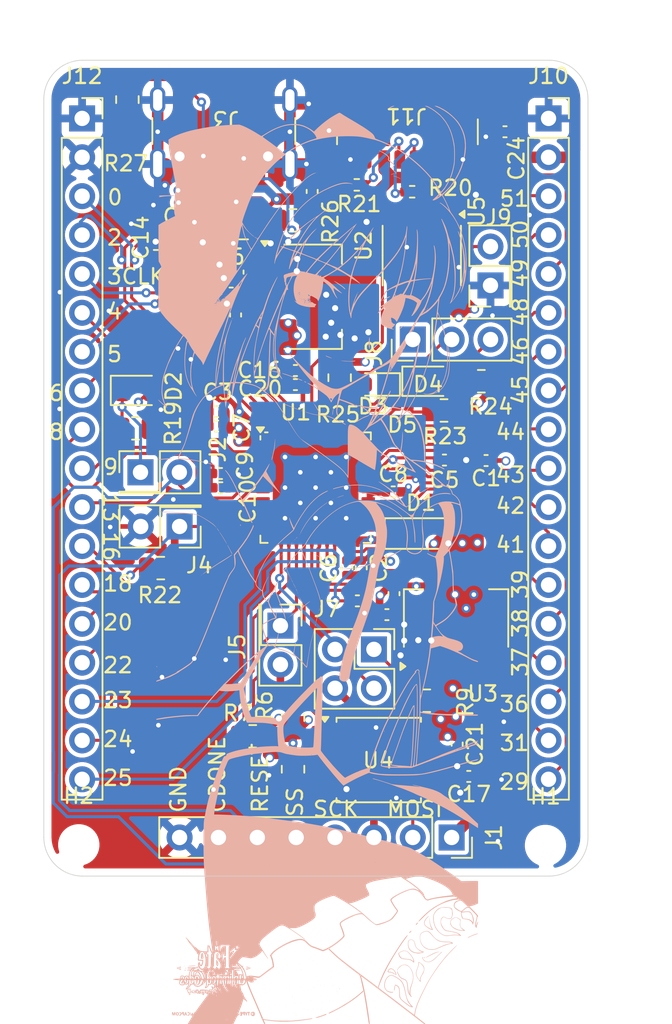
<source format=kicad_pcb>
(kicad_pcb (version 20241229) (generator "pcbnew") (generator_version "9.0")
  (title_block (title "Icedev") (date "2025-04-16") (rev "v2.3") (company "Cyao") (comment 1 "https://github.com/cheyao/icedev"))
  (layers (0 "F.Cu" signal) (4 "In1.Cu" signal) (6 "In2.Cu" signal) (2 "B.Cu" signal) (13 "F.Paste" user) (15 "B.Paste" user) (5 "F.SilkS" user "F.Silkscreen") (7 "B.SilkS" user "B.Silkscreen") (1 "F.Mask" user) (3 "B.Mask" user) (25 "Edge.Cuts" user))
  (net 0 "")
  (net 1 "GND")
  (net 2 "Net-(D1-K)")
  (net 3 "+1V2")
  (net 4 "+3V3")
  (net 5 "+5V")
  (net 6 "Net-(D2-K)")
  (net 7 "Net-(D3-K)")
  (net 8 "Net-(D4-K)")
  (net 9 "Net-(D5-K)")
  (net 10 "ICE_SS")
  (net 11 "CLK")
  (net 12 "FLASH_MOSI")
  (net 13 "FLASH_MISO")
  (net 14 "RESET")
  (net 15 "CDONE")
  (net 16 "ICE_SCK")
  (net 17 "IO13")
  (net 18 "IO24")
  (net 19 "IO25")
  (net 20 "IO23")
  (net 21 "IO22")
  (net 22 "IO6")
  (net 23 "IO4")
  (net 24 "IO20")
  (net 25 "IO18")
  (net 26 "IO8")
  (net 27 "IO5")
  (net 28 "IO16")
  (net 29 "Net-(J5-Pin_2)")
  (net 30 "IO9")
  (net 31 "IO46")
  (net 32 "IO45")
  (net 33 "IO48")
  (net 34 "IO49")
  (net 35 "IO29")
  (net 36 "IO39")
  (net 37 "IO51")
  (net 38 "IO37")
  (net 39 "IO31")
  (net 40 "IO38")
  (net 41 "IO36")
  (net 42 "IO50")
  (net 43 "IO42")
  (net 44 "IO44")
  (net 45 "IO41")
  (net 46 "IO43")
  (net 47 "ICE_MISO")
  (net 48 "ICE_MOSI")
  (net 49 "Net-(J9-Pin_2)")
  (net 50 "Net-(U4-~{WP}{slash}IO_{2})")
  (net 51 "Net-(U4-~{HOLD}{slash}~{RESET}{slash}IO_{3})")
  (net 52 "Net-(D3-A)")
  (net 53 "Net-(D4-A)")
  (net 54 "Net-(D5-A)")
  (net 55 "Net-(J3-CC2)")
  (net 56 "Net-(J3-CC1)")
  (net 57 "D+")
  (net 58 "D-")
  (net 59 "Net-(J11-CC2)")
  (net 60 "Net-(J11-CC1)")
  (footprint "LED_SMD:LED_0805_2012Metric" (layer "F.Cu") (at 167.35 103.05)
    (property "Reference" "D4")
    (property "Value" "G")
  )
  (footprint "Capacitor_SMD:C_0402_1005Metric" (layer "F.Cu") (at 170.01 128.87 180)
    (property "Reference" "C17")
    (property "Value" "10u")
  )
  (footprint "Resistor_SMD:R_0402_1005Metric" (layer "F.Cu") (at 166.31 90.67)
    (property "Reference" "R20")
    (property "Value" "5.1K")
  )
  (footprint "Capacitor_SMD:C_0402_1005Metric" (layer "F.Cu") (at 153.78 109.08 180)
    (property "Reference" "C9")
    (property "Value" "10n")
  )
  (footprint "Oscillator:Oscillator_SMD_Abracon_ASE-4Pin_3.2x2.5mm" (layer "F.Cu") (at 151.325 96.05 180)
    (property "Reference" "X1")
    (property "Value" "MPUOSC")
  )
  (footprint "Connector_PinSocket_2.54mm:PinSocket_1x18_P2.54mm_Vertical" (layer "F.Cu") (at 144.741949 85.878052)
    (property "Reference" "J12")
    (property "Value" "Conn_01x18")
  )
  (footprint "Resistor_SMD:R_0805_2012Metric" (layer "F.Cu") (at 158.525 125.025 90)
    (property "Reference" "R6")
    (property "Value" "10K")
  )
  (footprint "Capacitor_SMD:C_0402_1005Metric" (layer "F.Cu") (at 159.775 90.65 90)
    (property "Reference" "C23" (hide yes))
    (property "Value" "0.1u")
  )
  (footprint "Capacitor_SMD:C_0402_1005Metric" (layer "F.Cu") (at 172.375 86.75 180)
    (property "Reference" "C24")
    (property "Value" "0.1u")
  )
  (footprint "Package_SO:SOIC-8_5.3x5.3mm_P1.27mm" (layer "F.Cu") (at 164.125 127.8)
    (property "Reference" "U4")
    (property "Value" "W25Q128JVS")
  )
  (footprint "Capacitor_SMD:C_0402_1005Metric" (layer "F.Cu") (at 158.68 103.27 180)
    (property "Reference" "C20")
    (property "Value" "10n")
  )
  (footprint "Resistor_SMD:R_0805_2012Metric" (layer "F.Cu") (at 158.52 92.54)
    (property "Reference" "R26")
    (property "Value" "5.1K")
  )
  (footprint "Capacitor_SMD:C_0402_1005Metric" (layer "F.Cu") (at 154.93 95.92 90)
    (property "Reference" "C14")
    (property "Value" "10u")
  )
  (footprint "Resistor_SMD:R_0805_2012Metric" (layer "F.Cu") (at 149.88 115.26)
    (property "Reference" "R22")
    (property "Value" "1K")
  )
  (footprint "Capacitor_SMD:C_0402_1005Metric" (layer "F.Cu") (at 153.53 105.04 180)
    (property "Reference" "C3")
    (property "Value" "0.1u")
  )
  (footprint "Diode_SMD:D_SOD-123" (layer "F.Cu") (at 166.88 113)
    (property "Reference" "D1")
    (property "Value" "Schottky Diode")
  )
  (footprint "Resistor_SMD:R_0805_2012Metric" (layer "F.Cu") (at 155.89 126.25 180)
    (property "Reference" "R7")
    (property "Value" "10K")
  )
  (footprint "Capacitor_SMD:C_0402_1005Metric" (layer "F.Cu") (at 162.73 117.4)
    (property "Reference" "C4" (hide yes))
    (property "Value" "0.1u")
  )
  (footprint "Package_TO_SOT_SMD:SOT-223-3_TabPin2" (layer "F.Cu") (at 159.81 97.53)
    (property "Reference" "U2")
    (property "Value" "AMS1117-1.2")
  )
  (footprint "Capacitor_SMD:C_0402_1005Metric" (layer "F.Cu") (at 168.42 108.2)
    (property "Reference" "C5")
    (property "Value" "10n")
  )
  (footprint "Capacitor_SMD:C_0402_1005Metric" (layer "F.Cu") (at 154.77 98.72 90)
    (property "Reference" "C12" (hide yes))
    (property "Value" "10u")
  )
  (footprint "Capacitor_SMD:C_0402_1005Metric" (layer "F.Cu") (at 151.305 93.85 180)
    (property "Reference" "C15")
    (property "Value" "0.1u")
  )
  (footprint "Package_DFN_QFN:QFN-48-1EP_7x7mm_P0.5mm_EP5.6x5.6mm" (layer "F.Cu") (at 160 110)
    (property "Reference" "U1")
    (property "Value" "ICE40UP5K-SG48ITR")
  )
  (footprint "Resistor_SMD:R_0805_2012Metric" (layer "F.Cu") (at 147.7 84.65 90)
    (property "Reference" "R27")
    (property "Value" "5.1K")
  )
  (footprint "Connector_PinHeader_2.54mm:PinHeader_1x03_P2.54mm_Vertical" (layer "F.Cu") (at 166.3525 100.325 90)
    (property "Reference" "J8")
    (property "Value" "Conn_01x03")
  )
  (footprint "Capacitor_SMD:C_0402_1005Metric" (layer "F.Cu") (at 153.53 105.98 180)
    (property "Reference" "C7")
    (property "Value" "10n")
  )
  (footprint "Connector_PinSocket_2.54mm:PinSocket_1x08_P2.54mm_Vertical" (layer "F.Cu") (at 168.89 132.86 -90)
    (property "Reference" "J1")
    (property "Value" "Conn_01x08")
  )
  (footprint "Capacitor_SMD:C_0402_1005Metric" (layer "F.Cu") (at 165.12 116.93 -90)
    (property "Reference" "C19" (hide yes))
    (property "Value" "10u")
  )
  (footprint "PCM_marbastlib-various:SOT-23-6-routable" (layer "F.Cu") (at 154.7825 92.22)
    (property "Reference" "U6")
    (property "Value" "SRV05-4")
  )
  (footprint "MountingHole:MountingHole_2.2mm_M2" (layer "F.Cu") (at 175.019026 133.381949)
    (property "Reference" "H1")
    (property "Value" "MountingHole")
  )
  (footprint "Package_SO:SOIC-8_3.9x4.9mm_P1.27mm" (layer "F.Cu") (at 166.9375 94.84 -90)
    (property "Reference" "U5")
    (property "Value" "FM24C64B")
  )
  (footprint "Connector_PinHeader_2.54mm:PinHeader_2x01_P2.54mm_Vertical" (layer "F.Cu") (at 151.11 112.54 180)
    (property "Reference" "J4")
    (property "Value" "Conn_02x01")
  )
  (footprint "Capacitor_SMD:C_0402_1005Metric" (layer "F.Cu") (at 158.68 102.35 180)
    (property "Reference" "C16")
    (property "Value" "0.1u")
  )
  (footprint "Connector_PinSocket_2.54mm:PinSocket_1x18_P2.54mm_Vertical" (layer "F.Cu") (at 175.221949 85.878052)
    (property "Reference" "J10")
    (property "Value" "Conn_01x18")
  )
  (footprint "Resistor_SMD:R_0805_2012Metric" (layer "F.Cu") (at 167.2625 123.925 180)
    (property "Reference" "R9")
    (property "Value" "10K")
  )
  (footprint "Resistor_SMD:R_0805_2012Metric" (layer "F.Cu") (at 158.525 128.4 -90)
    (property "Reference" "R8" (hide yes))
    (property "Value" "10K")
  )
  (footprint "Connector_PinSocket_2.54mm:PinSocket_2x02_P2.54mm_Vertical" (layer "F.Cu") (at 163.81 120.57)
    (property "Reference" "J7")
    (property "Value" "Conn_02x02_Odd_Even")
  )
  (footprint "LED_SMD:LED_0201_0603Metric_Pad0.64x0.40mm_HandSolder" (layer "F.Cu") (at 165.68 104.78)
    (property "Reference" "D5")
    (property "Value" "B")
  )
  (footprint "Connector_USB:USB_C_Receptacle_GCT_USB4135-GF-A_6P_TopMnt_Horizontal" (layer "F.Cu") (at 166 85.530551 180)
    (property "Reference" "J11")
    (property "Value" "USB_C_Receptacle_PowerOnly_6P")
  )
  (footprint "Capacitor_SMD:C_0402_1005Metric" (layer "F.Cu") (at 162.98 115.24 -90)
    (property "Reference" "C2")
    (property "Value" "0.1u")
  )
  (footprint "Connector_USB:USB_C_Receptacle_GCT_USB4105-xx-A_16P_TopMnt_Horizontal" (layer "F.Cu") (at 154 85.753051 180)
    (property "Reference" "J3")
    (property "Value" "USB_C_Receptacle_USB2.0_14P")
  )
  (footprint "Resistor_SMD:R_0402_1005Metric" (layer "F.Cu") (at 162.69 90.22)
    (property "Reference" "R21")
    (property "Value" "5.1K")
  )
  (footprint "Resistor_SMD:R_0805_2012Metric" (layer "F.Cu") (at 161.57 102.82 90)
    (property "Reference" "R25")
    (property "Value" "1K")
  )
  (footprint "LED_SMD:LED_0603_1608Metric" (layer "F.Cu") (at 164.03 103.26 180)
    (property "Reference" "D3")
    (property "Value" "R")
  )
  (footprint "Package_TO_SOT_SMD:SOT-223-3_TabPin2" (layer "F.Cu") (at 169.18 118.55 90)
    (property "Reference" "U3")
    (property "Value" "AMS1117-3.3")
  )
  (footprint "Capacitor_SMD:C_0402_1005Metric" (layer "F.Cu") (at 153.8 110.01 180)
    (property "Reference" "C10")
    (property "Value" "0.1u")
  )
  (footprint "Resistor_SMD:R_0805_2012Metric" (layer "F.Cu") (at 168.39 104.96)
    (property "Reference" "R23")
    (property "Value" "1K")
  )
  (footprint "Capacitor_SMD:C_0402_1005Metric" (layer "F.Cu") (at 164.66 118.3)
    (property "Reference" "C18" (hide yes))
    (property "Value" "0.1u")
  )
  (footprint "Capacitor_SMD:C_0402_1005Metric" (layer "F.Cu") (at 162.05 115.24 -90)
    (property "Reference" "C6")
    (property "Value" "10n")
  )
  (footprint "Resistor_SMD:R_0805_2012Metric" (layer "F.Cu") (at 170.83 103.05)
    (property "Reference" "R24")
    (property "Value" "1K")
  )
  (footprint "Resistor_SMD:R_0805_2012Metric" (layer "F.Cu") (at 148.23 106.13)
    (property "Reference" "R19")
    (property "Value" "1K")
  )
  (footprint "Connector_PinHeader_2.54mm:PinHeader_2x01_P2.54mm_Vertical" (layer "F.Cu") (at 171.4275 96.79 90)
    (property "Reference" "J9")
    (property "Value" "Conn_02x01")
  )
  (footprint "Capacitor_SMD:C_0402_1005Metric" (layer "F.Cu") (at 154.48 97.29 180)
    (property "Reference" "C13" (hide yes))
    (property "Value" "0.1u")
  )
  (footprint "Connector_PinHeader_2.54mm:PinHeader_2x01_P2.54mm_Vertical" (layer "F.Cu") (at 157.7 119.02 -90)
    (property "Reference" "J5")
    (property "Value" "Conn_02x01")
  )
  (footprint "Capacitor_SMD:C_0402_1005Metric" (layer "F.Cu") (at 169.25 126.76 -90)
    (property "Reference" "C21")
    (property "Value" "0.1u")
  )
  (footprint "LED_SMD:LED_0805_2012Metric" (layer "F.Cu") (at 148.3 103.65)
    (property "Reference" "D2")
    (property "Value" "G")
  )
  (footprint "Capacitor_SMD:C_0402_1005Metric" (layer "F.Cu") (at 171.14 108.23 180)
    (property "Reference" "C1")
    (property "Value" "0.1u")
  )
  (footprint "Capacitor_SMD:C_0402_1005Metric" (layer "F.Cu") (at 165.07 110.28)
    (property "Reference" "C8")
    (property "Value" "0.1u")
  )
  (footprint "MountingHole:MountingHole_2.2mm_M2" (layer "F.Cu") (at 144.522924 133.341949)
    (property "Reference" "H2")
    (property "Value" "MountingHole")
  )
  (footprint "Connector_PinHeader_2.54mm:PinHeader_2x01_P2.54mm_Vertical" (layer "F.Cu") (at 148.555 109)
    (property "Reference" "J2")
    (property "Value" "Conn_02x01")
  )
  (footprint "LOGO" (layer "B.Cu") (at 160.1 115.06 180)
    (property "Reference" "G***" (hide yes))
    (property "Value" "LOGO" (hide yes))
  )
  (gr_arc (start 144.778051 135.381949) (mid 142.982 134.638) (end 142.238051 132.841949) (stroke (width 0.05)) (layer "Edge.Cuts"))
  (gr_line (start 175.26 82.078051) (end 144.778051 82.078051) (stroke (width 0.05)) (layer "Edge.Cuts"))
  (gr_line (start 144.778053 135.381949) (end 175.26 135.381949) (stroke (width 0.05)) (layer "Edge.Cuts"))
  (gr_arc (start 175.26 82.078051) (mid 177.056051 82.822) (end 177.8 84.618051) (stroke (width 0.05)) (layer "Edge.Cuts"))
  (gr_arc (start 142.238051 84.618051) (mid 142.982 82.822) (end 144.778051 82.078051) (stroke (width 0.05)) (layer "Edge.Cuts"))
  (gr_line (start 142.238051 84.618051) (end 142.238052 132.841948) (stroke (width 0.05)) (layer "Edge.Cuts"))
  (gr_line (start 177.8 132.841949) (end 177.8 84.618051) (stroke (width 0.05)) (layer "Edge.Cuts"))
  (gr_arc (start 177.8 132.841949) (mid 177.056051 134.638) (end 175.26 135.381949) (stroke (width 0.05)) (layer "Edge.Cuts"))
  (gr_text "9" (at 146.03 109.238 0) (layer "F.SilkS") (effects (font (size 1 1)) (justify left bottom)))
  (gr_text "3CLK" (at 146.284 96.792 0) (layer "F.SilkS") (effects (font (size 1 1)) (justify left bottom)))
  (gr_text "42" (at 171.684 111.778 0) (layer "F.SilkS") (effects (font (size 1 1)) (justify left bottom)))
  (gr_text "4\n" (at 146.284 99.078 0) (layer "F.SilkS") (effects (font (size 1 1)) (justify left bottom)))
  (gr_text "50" (at 173.97 94.506 90) (layer "F.SilkS") (effects (font (size 1 1)) (justify left bottom)))
  (gr_text "41" (at 171.684 114.318 0) (layer "F.SilkS") (effects (font (size 1 1)) (justify left bottom)))
  (gr_text "45" (at 173.97 104.666 90) (layer "F.SilkS") (effects (font (size 1 1)) (justify left bottom)))
  (gr_text "39" (at 173.97 117.366 90) (layer "F.SilkS") (effects (font (size 1 1)) (justify left bottom)))
  (gr_text "8" (at 142.474 106.952 0) (layer "F.SilkS") (effects (font (size 1 1)) (justify left bottom)))
  (gr_text "CDONE\n" (at 154.158 131.336 90) (layer "F.SilkS") (effects (font (size 1 1)) (justify left bottom)))
  (gr_text "6" (at 142.474 104.412 0) (layer "F.SilkS") (effects (font (size 1 1)) (justify left bottom)))
  (gr_text "2" (at 146.284 94.252 0) (layer "F.SilkS") (effects (font (size 1 1)) (justify left bottom)))
  (gr_text "MISO" (at 162.032 135.146 0) (layer "F.SilkS") (effects (font (size 1 1)) (justify left bottom)))
  (gr_text "RESET" (at 156.952 131.336 90) (layer "F.SilkS") (effects (font (size 1 1)) (justify left bottom)))
  (gr_text "MOSI" (at 164.572 131.59 0) (layer "F.SilkS") (effects (font (size 1 1)) (justify left bottom)))
  (gr_text "29" (at 171.938 129.812 0) (layer "F.SilkS") (effects (font (size 1 1)) (justify left bottom)))
  (gr_text "18" (at 146.03 116.858 0) (layer "F.SilkS") (effects (font (size 1 1)) (justify left bottom)))
  (gr_text "51" (at 171.938 91.712 0) (layer "F.SilkS") (effects (font (size 1 1)) (justify left bottom)))
  (gr_text "16" (at 146.03 112.794 270) (layer "F.SilkS") (effects (font (size 1 1)) (justify left bottom)))
  (gr_text "24" (at 146.03 127.018 0) (layer "F.SilkS") (effects (font (size 1 1)) (justify left bottom)))
  (gr_text "22" (at 146.03 122.192 0) (layer "F.SilkS") (effects (font (size 1 1)) (justify left bottom)))
  (gr_text "48" (at 173.97 99.586 90) (layer "F.SilkS") (effects (font (size 1 1)) (justify left bottom)))
  (gr_text "20" (at 146.03 119.398 0) (layer "F.SilkS") (effects (font (size 1 1)) (justify left bottom)))
  (gr_text "36" (at 171.938 124.732 0) (layer "F.SilkS") (effects (font (size 1 1)) (justify left bottom)))
  (gr_text "5" (at 146.284 101.872 0) (layer "F.SilkS") (effects (font (size 1 1)) (justify left bottom)))
  (gr_text "0" (at 146.31 91.62 0) (layer "F.SilkS") (effects (font (size 1 1)) (justify left bottom)))
  (gr_text "46" (at 173.97 102.126 90) (layer "F.SilkS") (effects (font (size 1 1)) (justify left bottom)))
  (gr_text "SS" (at 159.238 131.59 90) (layer "F.SilkS") (effects (font (size 1 1)) (justify left bottom)))
  (gr_text "49" (at 173.97 97.046 90) (layer "F.SilkS") (effects (font (size 1 1)) (justify left bottom)))
  (gr_text "43" (at 171.684 109.746 0) (layer "F.SilkS") (effects (font (size 1 1)) (justify left bottom)))
  (gr_text "44" (at 171.684 106.952 0) (layer "F.SilkS") (effects (font (size 1 1)) (justify left bottom)))
  (gr_text "GND" (at 151.618 131.336 90) (layer "F.SilkS") (effects (font (size 1 1)) (justify left bottom)))
  (gr_text "31" (at 171.938 127.272 0) (layer "F.SilkS") (effects (font (size 1 1)) (justify left bottom)))
  (gr_text "23" (at 146.03 124.478 0) (layer "F.SilkS") (effects (font (size 1 1)) (justify left bottom)))
  (gr_text "13" (at 146.03 110.254 270) (layer "F.SilkS") (effects (font (size 1 1)) (justify left bottom)))
  (gr_text "SCK" (at 159.746 131.59 0) (layer "F.SilkS") (effects (font (size 1 1)) (justify left bottom)))
  (gr_text "37" (at 173.97 122.446 90) (layer "F.SilkS") (effects (font (size 1 1)) (justify left bottom)))
  (gr_text "25" (at 146.03 129.558 0) (layer "F.SilkS") (effects (font (size 1 1)) (justify left bottom)))
  (gr_text "38" (at 173.97 119.906 90) (layer "F.SilkS") (effects (font (size 1 1)) (justify left bottom)))
  (segment (start 154.77 98.24) (end 154.460001 98.24) (width 0.5) (layer "F.Cu") (net 1))
  (segment (start 154 97.29) (end 154 96.31) (width 0.5) (layer "F.Cu") (net 1))
  (segment (start 165.14 118.3) (end 165.14 117.43) (width 0.5) (layer "F.Cu") (net 1))
  (segment (start 160.93 88.563051) (end 160.875 88.508051) (width 0.75) (layer "F.Cu") (net 1))
  (segment (start 165.0325 92.365) (end 168.8425 92.365) (width 0.75) (layer "F.Cu") (net 1))
  (segment (start 153.18 110.01) (end 153.18 109.2) (width 0.2) (layer "F.Cu") (net 1))
  (segment (start 171.125 88.508051) (end 171.125 87.075) (width 0.75) (layer "F.Cu") (net 1))
  (segment (start 149.545 93.93) (end 149.525 93.93) (width 0.5) (layer "F.Cu") (net 1))
  (segment (start 158.27 102.78) (end 158.27 103.1) (width 0.3) (layer "F.Cu") (net 1))
  (segment (start 150.825 93.85) (end 150.825 94.675) (width 0.5) (layer "F.Cu") (net 1))
  (segment (start 171.895 86.75) (end 171.125 86.75) (width 0.5) (layer "F.Cu") (net 1))
  (segment (start 168.75 88.563051) (end 169.625 88.563051) (width 0.75) (layer "F.Cu") (net 1))
  (segment (start 165.79 118.95) (end 165.14 118.3) (width 0.5) (layer "F.Cu") (net 1))
  (segment (start 150.275 95.225) (end 150.275 94.66) (width 0.5) (layer "F.Cu") (net 1))
  (segment (start 169.87 108.23) (end 169.84 108.2) (width 0.3) (layer "F.Cu") (net 1))
  (segment (start 148.57 112.54) (end 146.61 112.54) (width 0.3) (layer "F.Cu") (net 1))
  (segment (start 157.276 89.357051) (end 157.276 89.433051) (width 0.75) (layer "F.Cu") (net 1))
  (segment (start 169.429 128.769) (end 169.429 128.842992) (width 0.75) (layer "F.Cu") (net 1))
  (segment (start 160.525 88.858051) (end 160.875 88.508051) (width 0.75) (layer "F.Cu") (net 1))
  (segment (start 165.55 110.28) (end 165.85 110.28) (width 0.2) (layer "F.Cu") (net 1))
  (segment (start 159.55 84.928051) (end 158.57 84.928051) (width 0.75) (layer "F.Cu") (net 1))
  (segment (start 167.5725 91.2825) (end 166.96 90.67) (width 0.2) (layer "F.Cu") (net 1))
  (segment (start 166.3025 92.365) (end 166.3025 91.1875) (width 0.2) (layer "F.Cu") (net 1))
  (segment (start 153.18 109.2) (end 153.3 109.08) (width 0.2) (layer "F.Cu") (net 1))
  (segment (start 157.65 89.584051) (end 157.499 89.433051) (width 0.5) (layer "F.Cu") (net 1))
  (segment (start 167.5725 92.365) (end 167.5725 91.2825) (width 0.2) (layer "F.Cu") (net 1))
  (segment (start 163.21 117.4) (end 163.21 118.19) (width 0.2) (layer "F.Cu") (net 1))
  (segment (start 160.875 86.675) (end 160.875 84.928051) (width 0.75) (layer "F.Cu") (net 1))
  (segment (start 163.25 88.563051) (end 162.275 88.563051) (width 0.75) (layer "F.Cu") (net 1))
  (segment (start 159.4 89) (end 158.930974 89.469026) (width 0.75) (layer "F.Cu") (net 1))
  (segment (start 168.9 108.2) (end 169.84 108.2) (width 0.3) (layer "F.Cu") (net 1))
  (segment (start 154 96.060001) (end 154.620001 95.44) (width 0.5) (layer "F.Cu") (net 1))
  (segment (start 154 96.31) (end 154 96.060001) (width 0.5) (layer "F.Cu") (net 1))
  (segment (start 158.32 88.858051) (end 159.4 88.858051) (width 0.75) (layer "F.Cu") (net 1))
  (segment (start 149.1425 106.13) (end 149.1425 105.6575) (width 0.2) (layer "F.Cu") (net 1))
  (segment (start 165.76 110.07) (end 165.55 110.28) (width 0.2) (layer "F.Cu") (net 1))
  (segment (start 159.4 89.795) (end 159.775 90.17) (width 0.75) (layer "F.Cu") (net 1))
  (segment (start 159.775 90.17) (end 159.631949 90.17) (width 0.5) (layer "F.Cu") (net 1))
  (segment (start 158.930974 89.469026) (end 158.32 88.858051) (width 0.5) (layer "F.Cu") (net 1))
  (segment (start 165.85 110.28) (end 165.92 110.21) (width 0.2) (layer "F.Cu") (net 1))
  (segment (start 150.825 94.675) (end 150.275 95.225) (width 0.5) (layer "F.Cu") (net 1))
  (segment (start 163.169682 115.72) (end 163.760735 115.128947) (width 0.5) (layer "F.Cu") (net 1))
  (segment (start 159.4 88.858051) (end 160.525 88.858051) (width 0.75) (layer "F.Cu") (net 1))
  (segment (start 149.68 88.858051) (end 150.225 88.858051) (width 0.75) (layer "F.Cu") (net 1))
  (segment (start 160.5375 129.705) (end 162.015 129.705) (width 0.75) (layer "F.Cu") (net 1))
  (segment (start 162.24 89.573051) (end 162.24 90.199) (width 0.75) (layer "F.Cu") (net 1))
  (segment (start 162.015 129.705) (end 162.02 129.7) (width 0.75) (layer "F.Cu") (net 1))
  (segment (start 158.32 88.858051) (end 158.32 89.164051) (width 0.75) (layer "F.Cu") (net 1))
  (segment (start 158.27 102.78) (end 158 102.78) (width 0.3) (layer "F.Cu") (net 1))
  (segment (start 150.8 89.6) (end 150.15 90.25) (width 0.5) (layer "F.Cu") (net 1))
  (segment (start 150.8 89.433051) (end 150.8 89.6) (width 0.5) (layer "F.Cu") (net 1))
  (segment (start 149.68 86.75) (end 149.68 84.678051) (width 0.75) (layer "F.Cu") (net 1))
  (segment (start 169.53 128.87) (end 169.53 129.85) (width 0.5) (layer "F.Cu") (net 1))
  (segment (start 154.620001 95.44) (end 154.93 95.44) (width 0.5) (layer "F.Cu") (net 1))
  (segment (start 169.25 128.2) (end 169.25 128.59) (width 0.75) (layer "F.Cu") (net 1))
  (segment (start 169.53 129.85) (end 169.45 129.93) (width 0.5) (layer "F.Cu") (net 1))
  (segment (start 152.826118 108.322402) (end 153.002402 108.322402) (width 0.2) (layer "F.Cu") (net 1))
  (segment (start 150.275 94.66) (end 149.545 93.93) (width 0.5) (layer "F.Cu") (net 1))
  (segment (start 154.93 95.44) (end 156.6225 95.44) (width 0.5) (layer "F.Cu") (net 1))
  (segment (start 163.25 88.563051) (end 162.24 89.573051) (width 0.75) (layer "F.Cu") (net 1))
  (segment (start 162.275 88.563051) (end 160.93 88.563051) (width 0.75) (layer "F.Cu") (net 1))
  (segment (start 162.98 115.72) (end 163.169682 115.72) (width 0.5) (layer "F.Cu") (net 1))
  (segment (start 154.460001 98.24) (end 154.2 97.98) (width 0.5) (layer "F.Cu") (net 1))
  (segment (start 166.3025 91.1875) (end 166.82 90.67) (width 0.2) (layer "F.Cu") (net 1))
  (segment (start 156.6225 95.44) (end 156.64 95.4575) (width 0.5) (layer "F.Cu") (net 1))
  (segment (start 157.499 89.433051) (end 157.2 89.433051) (width 0.5) (layer "F.Cu") (net 1))
  (segment (start 153.05 105.04) (end 153.05 104.14) (width 0.5) (layer "F.Cu") (net 1))
  (segment (start 169.25 127.24) (end 169.25 128.2) (width 0.75) (layer "F.Cu") (net 1))
  (segment (start 158.27 102.19) (end 158.27 102.78) (width 0.3) (layer "F.Cu") (net 1))
  (segment (start 153.002402 108.322402) (end 153.3 108.62) (width 0.2) (layer "F.Cu") (net 1))
  (segment (start 150.724 89.357051) (end 150.724 89.433051) (width 0.75) (layer "F.Cu") (net 1))
  (segment (start 159.4 88.858051) (end 159.4 89.795) (width 0.75) (layer "F.Cu") (net 1))
  (segment (start 153.3 108.62) (end 153.3 109.08) (width 0.2) (layer "F.Cu") (net 1))
  (segment (start 171.125 86.75) (end 171.125 84.928051) (width 0.75) (layer "F.Cu") (net 1))
  (segment (start 149.1425 105.6575) (end 149.89 104.91) (width 0.2) (layer "F.Cu") (net 1))
  (segment (start 159.631949 90.17) (end 158.930974 89.469026) (width 0.5) (layer "F.Cu") (net 1))
  (segment (start 150.275 95.225) (end 149.95 95.225) (width 0.5) (layer "F.Cu") (net 1))
  (segment (start 150.15 90.25) (end 150.15 89.328051) (width 0.5) (layer "F.Cu") (net 1))
  (segment (start 166.07 109.95) (end 165.95 110.07) (width 0.2) (layer "F.Cu") (net 1))
  (segment (start 170.66 108.23) (end 169.87 108.23) (width 0.3) (layer "F.Cu") (net 1))
  (segment (start 157.65 90.125) (end 157.65 89.584051) (width 0.5) (layer "F.Cu") (net 1))
  (segment (start 146.61 112.54) (end 146.575 112.575) (width 0.3) (layer "F.Cu") (net 1))
  (segment (start 165.95 110.07) (end 165.76 110.07) (width 0.2) (layer "F.Cu") (net 1))
  (segment (start 162.98 115.72) (end 162.05 115.72) (width 0.5) (layer "F.Cu") (net 1))
  (segment (start 150.15 89.328051) (end 149.68 88.858051) (width 0.5) (layer "F.Cu") (net 1))
  (segment (start 158.57 84.928051) (end 158.32 84.678051) (width 0.75) (layer "F.Cu") (net 1))
  (segment (start 149.68 88.858051) (end 149.68 86.75) (width 0.75) (layer "F.Cu") (net 1))
  (segment (start 169.625 88.563051) (end 171.07 88.563051) (width 0.75) (layer "F.Cu") (net 1))
  (segment (start 158 102.78) (end 157.17 101.95) (width 0.3) (layer "F.Cu") (net 1))
  (segment (start 159.4 88.858051) (end 159.4 89) (width 0.75) (layer "F.Cu") (net 1))
  (segment (start 169.25 128.59) (end 169.429 128.769) (width 0.75) (layer "F.Cu") (net 1))
  (segment (start 157.851 89.633051) (end 157.775 89.633051) (width 0.75) (layer "F.Cu") (net 1))
  (segment (start 150.225 88.858051) (end 150.724 89.357051) (width 0.75) (layer "F.Cu") (net 1))
  (segment (start 165.79 120) (end 165.79 118.95) (width 0.5) (layer "F.Cu") (net 1))
  (segment (start 165.14 117.43) (end 165.12 117.41) (width 0.5) (layer "F.Cu") (net 1))
  (segment (start 166.96 90.67) (end 166.82 90.67) (width 0.2) (layer "F.Cu") (net 1))
  (segment (start 158.32 88.858051) (end 157.775 88.858051) (width 0.75) (layer "F.Cu") (net 1))
  (segment (start 158.32 88.858051) (end 158.32 86.75) (width 0.75) (layer "F.Cu") (net 1))
  (segment (start 158.32 89.164051) (end 157.851 89.633051) (width 0.75) (layer "F.Cu") (net 1))
  (segment (start 163.21 118.19) (end 163.2 118.2) (width 0.2) (layer "F.Cu") (net 1))
  (segment (start 153.05 104.14) (end 153.06 104.13) (width 0.5) (layer "F.Cu") (net 1))
  (segment (start 163.760735 115.128947) (end 163.760735 115.100735) (width 0.5) (layer "F.Cu") (net 1))
  (segment (start 153.05 105.98) (end 153.05 105.04) (width 0.5) (layer "F.Cu") (net 1))
  (segment (start 158.27 103.1) (end 158.28 103.11) (width 0.3) (layer "F.Cu") (net 1))
  (segment (start 154 97.779999) (end 154 97.29) (width 0.5) (layer "F.Cu") (net 1))
  (segment (start 171.07 88.563051) (end 171.125 88.508051) (width 0.75) (layer "F.Cu") (net 1))
  (segment (start 157.775 88.858051) (end 157.276 89.357051) (width 0.75) (layer "F.Cu") (net 1))
  (segment (start 160.875 84.928051) (end 159.55 84.928051) (width 0.75) (layer "F.Cu") (net 1))
  (segment (start 158.32 86.75) (end 158.32 84.678051) (width 0.75) (layer "F.Cu") (net 1))
  (segment (start 160.875 88.508051) (end 160.875 86.675) (width 0.75) (layer "F.Cu") (net 1))
  (segment (start 154.2 97.98) (end 154 97.779999) (width 0.5) (layer "F.Cu") (net 1))
  (segment (start 171.125 87.075) (end 171.125 86.75) (width 0.75) (layer "F.Cu") (net 1))
  (via (at 158.21 93.94) (size 0.6) (drill 0.4) (layers "F.Cu" "B.Cu") (net 1))
  (via (at 143.27 104.86) (size 0.6) (drill 0.3) (layers "F.Cu" "B.Cu") (net 1))
  (via (at 152.07 121.17) (size 0.6) (drill 0.3) (layers "F.Cu" "B.Cu") (net 1))
  (via (at 158.77 95.86) (size 0.6) (drill 0.4) (layers "F.Cu" "B.Cu") (net 1))
  (via (at 169.625 88.563051) (size 0.6) (drill 0.3) (layers "F.Cu" "B.Cu") (net 1))
  (via (at 149.725 125.525) (size 0.6) (drill 0.3) (layers "F.Cu" "B.Cu") (net 1))
  (via (at 153.325 129.725) (size 0.6) (drill 0.3) (layers "F.Cu" "B.Cu") (net 1))
  (via (at 162.275 88.563051) (size 0.6) (drill 0.3) (layers "F.Cu" "B.Cu") (net 1))
  (via (at 163.95 125.675) (size 0.6) (drill 0.3) (layers "F.Cu" "B.Cu") (net 1))
  (via (at 149.4 91.54) (size 0.6) (drill 0.3) (layers "F.Cu" "B.Cu") (net 1))
  (via (at 169.45 129.93) (size 0.6) (drill 0.4) (layers "F.Cu" "B.Cu") (net 1))
  (via (at 166.07 109.95) (size 0.45) (drill 0.25) (layers "F.Cu" "B.Cu") (net 1))
  (via (at 165.275 130.275) (size 0.6) (drill 0.3) (layers "F.Cu" "B.Cu") (net 1))
  (via (at 152.08 92.66) (size 0.6) (drill 0.3) (layers "F.Cu" "B.Cu") (net 1))
  (via (at 162 108) (size 0.6) (drill 0.3) (layers "F.Cu" "B.Cu") (net 1))
  (via (at 154.2 97.98) (size 0.6) (drill 0.4) (layers "F.Cu" "B.Cu") (net 1))
  (via (at 161 109) (size 0.6) (drill 0.3) (layers "F.Cu" "B.Cu") (net 1))
  (via (at 163.760735 115.100735) (size 0.6) (drill 0.3) (layers "F.Cu" "B.Cu") (net 1))
  (via (at 155.01 105.04) (size 0.6) (drill 0.3) (layers "F.Cu" "B.Cu") (net 1))
  (via (at 173.98 92.19) (size 0.6) (drill 0.3) (layers "F.Cu" "B.Cu") (net 1))
  (via (at 171.125 87.075) (size 0.6) (drill 0.3) (layers "F.Cu" "B.Cu") (net 1))
  (via (at 149.68 86.75) (size 0.6) (drill 0.3) (layers "F.Cu" "B.Cu") (net 1))
  (via (at 160 108) (size 0.6) (drill 0.3) (layers "F.Cu" "B.Cu") (net 1))
  (via (at 171.92 133.1) (size 0.6) (drill 0.3) (layers "F.Cu" "B.Cu") (net 1))
  (via (at 154 96.31) (size 0.6) (drill 0.4) (layers "F.Cu" "B.Cu") (net 1))
  (via (at 165.79 120) (size 0.6) (drill 0.4) (layers "F.Cu" "B.Cu") (net 1))
  (via (at 166.71 119.97) (size 0.6) (drill 0.4) (layers "F.Cu" "B.Cu") (net 1))
  (via (at 152.826118 108.322402) (size 0.6) (drill 0.3) (layers "F.Cu" "B.Cu") (net 1))
  (via (at 158 112) (size 0.6) (drill 0.3) (layers "F.Cu" "B.Cu") (net 1))
  (via (at 147.95 92.76) (size 0.6) (drill 0.3) (layers "F.Cu" "B.Cu") (net 1))
  (via (at 149.89 104.91) (size 0.6) (drill 0.3) (layers "F.Cu" "B.Cu") (net 1))
  (via (at 162.02 129.7) (size 0.6) (drill 0.4) (layers "F.Cu" "B.Cu") (net 1))
  (via (at 158 108) (size 0.6) (drill 0.3) (layers "F.Cu" "B.Cu") (net 1))
  (via (at 169.25 128.2) (size 0.6) (drill 0.4) (layers "F.Cu" "B.Cu") (net 1))
  (via (at 149.96 122.38) (size 0.6) (drill 0.3) (layers "F.Cu" "B.Cu") (net 1))
  (via (at 153.72 95.43) (size 0.6) (drill 0.4) (layers "F.Cu" "B.Cu") (net 1))
  (via (at 162 112) (size 0.6) (drill 0.3) (layers "F.Cu" "B.Cu") (net 1))
  (via (at 169.84 108.2) (size 0.6) (drill 0.4) (layers "F.Cu" "B.Cu") (net 1))
  (via (at 153.06 104.13) (size 0.6) (drill 0.4) (layers "F.Cu" "B.Cu") (net 1))
  (via (at 165.55 120.96) (size 0.6) (drill 0.4) (layers "F.Cu" "B.Cu") (net 1))
  (via (at 156.952 128.796) (size 0.6) (drill 0.3) (layers "F.Cu" "B.Cu") (net 1))
  (via (at 160 112) (size 0.6) (drill 0.3) (layers "F.Cu" "B.Cu") (net 1))
  (via (at 172.15 129.075) (size 0.6) (drill 0.3) (layers "F.Cu" "B.Cu") (net 1))
  (via (at 157.17 101.95) (size 0.6) (drill 0.3) (layers "F.Cu" "B.Cu") (net 1))
  (via (at 157.06 94.04) (size 0.6) (drill 0.4) (layers "F.Cu" "B.Cu") (net 1))
  (via (at 160 110) (size 0.6) (drill 0.3) (layers "F.Cu" "B.Cu") (net 1))
  (via (at 170.47 90.87) (size 0.6) (drill 0.4) (layers "F.Cu" "B.Cu") (net 1))
  (via (at 167.56 119.99) (size 0.6) (drill 0.4) (layers "F.Cu" "B.Cu") (net 1))
  (via (at 158 110) (size 0.6) (drill 0.3) (layers "F.Cu" "B.Cu") (net 1))
  (via (at 146.575 112.575) (size 0.6) (drill 0.3) (layers "F.Cu" "B.Cu") (net 1))
  (via (at 159 111) (size 0.6) (drill 0.3) (layers "F.Cu" "B.Cu") (net 1))
  (via (at 165.79 118.95) (size 0.6) (drill 0.4) (layers "F.Cu" "B.Cu") (net 1))
  (via (at 150.7 110.775) (size 0.6) (drill 0.3) (layers "F.Cu" "B.Cu") (net 1))
  (via (at 148.04 127.24) (size 0.6) (drill 0.3) (layers "F.Cu" "B.Cu") (net 1))
  (via (at 172.3 125.3) (size 0.6) (drill 0.3) (layers "F.Cu" "B.Cu") (net 1))
  (via (at 171.56 98.76) (size 0.6) (drill 0.3) (layers "F.Cu" "B.Cu") (net 1))
  (via (at 150.15 90.25) (size 0.6) (drill 0.3) (layers "F.Cu" "B.Cu") (net 1))
  (via (at 154.62 94.04) (size 0.6) (drill 0.3) (layers "F.Cu" "B.Cu") (net 1))
  (via (at 160.875 86.675) (size 0.6) (drill 0.3) (layers "F.Cu" "B.Cu") (net 1))
  (via (at 151.01 100.91) (size 0.6) (drill 0.3) (layers "F.Cu" "B.Cu") (net 1))
  (via (at 158.32 86.75) (size 0.6) (drill 0.3) (layers "F.Cu" "B.Cu") (net 1))
  (via (at 159.4 88.858051) (size 0.6) (drill 0.3) (layers "F.Cu" "B.Cu") (net 1))
  (via (at 149.545 93.93) (size 0.6) (drill 0.4) (layers "F.Cu" "B.Cu") (net 1))
  (via (at 151.85 101.62) (size 0.6) (drill 0.3) (layers "F.Cu" "B.Cu") (net 1))
  (via (at 154.125 121.25) (size 0.6) (drill 0.3) (layers "F.Cu" "B.Cu") (net 1))
  (via (at 163.33 92.64) (size 0.6) (drill 0.4) (layers "F.Cu" "B.Cu") (net 1))
  (via (at 169.36 95.6) (size 0.6) (drill 0.3) (layers "F.Cu" "B.Cu") (net 1))
  (via (at 143.29 97.23) (size 0.6) (drill 0.3) (layers "F.Cu" "B.Cu") (net 1))
  (via (at 146.49 98.45) (size 0.6) (drill 0.3) (layers "F.Cu" "B.Cu") (net 1))
  (via (at 161 111) (size 0.6) (drill 0.3) (layers "F.Cu" "B.Cu") (net 1))
  (via (at 163.2 118.2) (size 0.6) (drill 0.3) (layers "F.Cu" "B.Cu") (net 1))
  (via (at 159.55 84.928051) (size 0.6) (drill 0.3) (layers "F.Cu" "B.Cu") (net 1))
  (via (at 158.8 95.06) (size 0.6) (drill 0.4) (layers "F.Cu" "B.Cu") (net 1))
  (via (at 165.96 94.29) (size 0.6) (drill 0.3) (layers "F.Cu" "B.Cu") (net 1))
  (via (at 159 109) (size 0.6) (drill 0.3) (layers "F.Cu" "B.Cu") (net 1))
  (via (at 162 110) (size 0.6) (drill 0.3) (layers "F.Cu" "B.Cu") (net 1))
  (segment (start 158 108) (end 158 110) (width 0.2) (layer "B.Cu") (net 1))
  (segment (start 160 108) (end 158 108) (width 0.2) (layer "B.Cu") (net 1))
  (segment (start 162 108) (end 160 108) (width 0.2) (layer "B.Cu") (net 1))
  (segment (start 162 108) (end 162 110) (width 0.2) (layer "B.Cu") (net 1))
  (segment (start 162 108) (end 161 109) (width 0.2) (layer "B.Cu") (net 1))
  (segment (start 158 108) (end 159 109) (width 0.2) (layer "B.Cu") (net 1))
  (segment (start 159 109) (end 160 108) (width 0.2) (layer "B.Cu") (net 1))
  (segment (start 163.63 113.4375) (end 162.826 113.4375) (width 0.5) (layer "F.Cu") (net 2))
  (segment (start 165.2025 112.95) (end 164.715 113.4375) (width 0.5) (layer "F.Cu") (net 2))
  (segment (start 162.25 117.4) (end 161.33 117.4) (width 0.2) (layer "F.Cu") (net 2))
  (segment (start 161.33 117.4) (end 161.29 117.36) (width 0.2) (layer "F.Cu") (net 2))
  (segment (start 163.63 113.4375) (end 163.63 113.398735) (width 0.5) (layer "F.Cu") (net 2))
  (segment (start 164.715 113.4375) (end 163.63 113.4375) (width 0.5) (layer "F.Cu") (net 2))
  (via (at 161.29 117.36) (size 0.6) (drill 0.3) (layers "F.Cu" "B.Cu") (net 2))
  (via (at 163.63 113.398735) (size 0.6) (drill 0.3) (layers "F.Cu" "B.Cu") (net 2))
  (segment (start 161.29 116.48) (end 163 114.77) (width 0.2) (layer "B.Cu") (net 2))
  (segment (start 163 113.6) (end 163.201265 113.398735) (width 0.2) (layer "B.Cu") (net 2))
  (segment (start 163 114.77) (end 163 113.6) (width 0.2) (layer "B.Cu") (net 2))
  (segment (start 161.29 117.36) (end 161.29 116.48) (width 0.2) (layer "B.Cu") (net 2))
  (segment (start 163.201265 113.398735) (end 163.63 113.398735) (width 0.2) (layer "B.Cu") (net 2))
  (segment (start 165.03565 109.63565) (end 164.59 110.0813) (width 0.2) (layer "F.Cu") (net 3))
  (segment (start 163.4375 110.425) (end 163.4375 110.25) (width 0.2) (layer "F.Cu") (net 3))
  (segment (start 163.4675 110.28) (end 163.4375 110.25) (width 0.2) (layer "F.Cu") (net 3))
  (segment (start 166.535039 109.49) (end 166.448526 109.49) (width 0.2) (layer "F.Cu") (net 3))
  (segment (start 165.869 109.361) (end 165.59435 109.63565) (width 0.2) (layer "F.Cu") (net 3))
  (segment (start 155.8975 97.3675) (end 154.93 96.4) (width 0.5) (layer "F.Cu") (net 3))
  (segment (start 166.540039 109.485) (end 166.535039 109.49) (width 0.2) (layer "F.Cu") (net 3))
  (segment (start 154.97 109.15) (end 154.97 109.18) (width 0.2) (layer "F.Cu") (net 3))
  (segment (start 163.475 110.425) (end 163.7 110.425) (width 0.2) (layer "F.Cu") (net 3))
  (segment (start 163.7 110.425) (end 163.73125 110.45625) (width 0.2) (layer "F.Cu") (net 3))
  (segment (start 154.97 109.15) (end 154.33 109.15) (width 0.2) (layer "F.Cu") (net 3))
  (segment (start 159.23 103.1) (end 159.24 103.11) (width 0.3) (layer "F.Cu") (net 3))
  (segment (start 163.4375 110.75) (end 163.61875 110.56875) (width 0.2) (layer "F.Cu") (net 3))
  (segment (start 154.93 96.4) (end 154.93 97.26) (width 0.5) (layer "F.Cu") (net 3))
  (segment (start 156.31 97.29) (end 156.34 97.32) (width 0.5) (layer "F.Cu") (net 3))
  (segment (start 163.9075 110.28) (end 164.56 110.28) (width 0.2) (layer "F.Cu") (net 3))
  (segment (start 165.59435 109.63565) (end 165.03565 109.63565) (width 0.2) (layer "F.Cu") (net 3))
  (segment (start 155.0375 97.3675) (end 154.96 97.29) (width 0.5) (layer "F.Cu") (net 3))
  (segment (start 163.61875 110.56875) (end 163.475 110.425) (width 0.2) (layer "F.Cu") (net 3))
  (segment (start 164.56 110.28) (end 163.4675 110.28) (width 0.2) (layer "F.Cu") (net 3))
  (segment (start 163.7 110.425) (end 164.445 110.425) (width 0.2) (layer "F.Cu") (net 3))
  (segment (start 159.115001 104.656472) (end 159.17 104.601473) (width 0.3) (layer "F.Cu") (net 3))
  (segment (start 164.59 110.0813) (end 164.59 110.28) (width 0.2) (layer "F.Cu") (net 3))
  (segment (start 154.97 109.18) (end 154.14 110.01) (width 0.2) (layer "F.Cu") (net 3))
  (segment (start 163.61875 110.56875) (end 163.73125 110.45625) (width 0.2) (layer "F.Cu") (net 3))
  (segment (start 154.14 110.01) (end 154.14 109.2) (width 0.2) (layer "F.Cu") (net 3))
  (segment (start 163.475 110.425) (end 163.4375 110.425) (width 0.2) (layer "F.Cu") (net 3))
  (segment (start 164.445 110.425) (end 164.59 110.28) (width 0.2) (layer "F.Cu") (net 3))
  (segment (start 156.65 97.3675) (end 155.8975 97.3675) (width 0.5) (layer "F.Cu") (net 3))
  (segment (start 163.4375 110.75) (end 163.4375 110.425) (width 0.2) (layer "F.Cu") (net 3))
  (segment (start 159.17 104.601473) (end 159.17 102.36) (width 0.3) (layer "F.Cu") (net 3))
  (segment (start 156.5625 109.25) (end 155.07 109.25) (width 0.2) (layer "F.Cu") (net 3))
  (segment (start 156.65 97.3675) (end 155.0375 97.3675) (width 0.5) (layer "F.Cu") (net 3))
  (segment (start 166.448526 109.49) (end 166.319526 109.361) (width 0.2) (layer "F.Cu") (net 3))
  (segment (start 163.73125 110.45625) (end 163.9075 110.28) (width 0.2) (layer "F.Cu") (net 3))
  (segment (start 154.93 97.26) (end 154.96 97.29) (width 0.5) (layer "F.Cu") (net 3))
  (segment (start 155.07 109.25) (end 154.97 109.15) (width 0.2) (layer "F.Cu") (net 3))
  (segment (start 154.14 109.2) (end 154.26 109.08) (width 0.2) (layer "F.Cu") (net 3))
  (segment (start 166.319526 109.361) (end 165.869 109.361) (width 0.2) (layer "F.Cu") (net 3))
  (segment (start 154.33 109.15) (end 154.26 109.08) (width 0.2) (layer "F.Cu") (net 3))
  (segment (start 159.17 102.36) (end 159.16 102.35) (width 0.3) (layer "F.Cu") (net 3))
  (via (at 159.115001 104.656472) (size 0.6) (drill 0.3) (layers "F.Cu" "B.Cu") (net 3))
  (via (at 160.69 97.4) (size 0.6) (drill 0.4) (layers "F.Cu" "B.Cu") (net 3))
  (via (at 166.540039 109.485) (size 0.45) (drill 0.25) (layers "F.Cu" "B.Cu") (net 3))
  (via (at 154.97 109.15) (size 0.6) (drill 0.3) (layers "F.Cu" "B.Cu") (net 3))
  (via (at 161.62 100.025) (size 0.6) (drill 0.4) (layers "F.Cu" "B.Cu") (net 3))
  (via (at 160.66 100.14) (size 0.6) (drill 0.4) (layers "F.Cu" "B.Cu") (net 3))
  (via (at 163.45 99.85) (size 0.6) (drill 0.4) (layers "F.Cu" "B.Cu") (net 3))
  (via (at 162.55 100.25) (size 0.6) (drill 0.4) (layers "F.Cu" "B.Cu") (net 3))
  (via (at 161.02 99.23) (size 0.6) (drill 0.4) (layers "F.Cu" "B.Cu") (net 3))
  (via (at 161.275 98.275) (size 0.6) (drill 0.4) (layers "F.Cu" "B.Cu") (net 3))
  (segment (start 159.095 104.68) (end 159.065 104.71) (width 0.3) (layer "B.Cu") (net 3))
  (segment (start 159.095 104.676473) (end 159.095 104.68) (width 0.3) (layer "B.Cu") (net 3))
  (segment (start 159.115001 104.656472) (end 159.095 104.676473) (width 0.3) (layer "B.Cu") (net 3))
  (segment (start 168.975 123.125) (end 168.935 123.165) (width 0.75) (layer "F.Cu") (net 4))
  (segment (start 168.8425 97.315) (end 168.8425 98.37) (width 0.5) (layer "F.Cu") (net 4))
  (segment (start 164.9 114.819) (end 164.58 114.819) (width 0.3) (layer "F.Cu") (net 4))
  (segment (start 155.9 107.02) (end 156.549 107.02) (width 0.75) (layer "F.Cu") (net 4))
  (segment (start 151.785 93.85) (end 152.125 93.85) (width 0.5) (layer "F.Cu") (net 4))
  (segment (start 149.2375 103.65) (end 149.18 103.65) (width 0.2) (layer "F.Cu") (net 4))
  (segment (start 168.175 125.4325) (end 167.7125 125.895) (width 0.5) (layer "F.Cu") (net 4))
  (segment (start 164.798 108.172) (end 164.22 108.75) (width 0.2) (layer "F.Cu") (net 4))
  (segment (start 154.98 106.1) (end 154.13 106.1) (width 0.75) (layer "F.Cu") (net 4))
  (segment (start 169.6625 98.59) (end 169.3625 98.89) (width 0.5) (layer "F.Cu") (net 4))
  (segment (start 168.13 116.45) (end 169.18 115.4) (width 0.5) (layer "F.Cu") (net 4))
  (segment (start 152.375 95.225) (end 152.375 96.875) (width 0.5) (layer "F.Cu") (net 4))
  (segment (start 154.98 106.1) (end 155.9 107.02) (width 0.75) (layer "F.Cu") (net 4))
  (segment (start 168.175 125.12) (end 168.175 125.4325) (width 0.5) (layer "F.Cu") (net 4))
  (segment (start 169.6625 98.59) (end 169.6625 98.135) (width 0.5) (layer "F.Cu") (net 4))
  (segment (start 156.8025 126.25) (end 158.2125 126.25) (width 0.75) (layer "F.Cu") (net 4))
  (segment (start 165.052628 108.173) (end 165.054046 108.173) (width 0.2) (layer "F.Cu") (net 4))
  (segment (start 169.3025 104.96) (end 170.19 104.96) (width 0.5) (layer "F.Cu") (net 4))
  (segment (start 157.7 125.175) (end 157.6 125.075) (width 0.5) (layer "F.Cu") (net 4))
  (segment (start 154.99 106.96) (end 155.01 106.94) (width 0.75) (layer "F.Cu") (net 4))
  (segment (start 168.8425 97.315) (end 169.3625 97.315) (width 0.5) (layer "F.Cu") (net 4))
  (segment (start 165.054046 108.173) (end 165.169046 108.058) (width 0.2) (layer "F.Cu") (net 4))
  (segment (start 149.18 103.65) (end 148.42 104.41) (width 0.2) (layer "F.Cu") (net 4))
  (segment (start 164.210735 114.449735) (end 163.491081 114.449735) (width 0.3) (layer "F.Cu") (net 4))
  (segment (start 172.4 108.23) (end 172.43 108.26) (width 0.3) (layer "F.Cu") (net 4))
  (segment (start 168.175 123.925) (end 168.175 125.12) (width 0.5) (layer "F.Cu") (net 4))
  (segment (start 169.4025 97.875) (end 168.9075 98.37) (width 0.5) (layer "F.Cu") (net 4))
  (segment (start 171.7425 103.4075) (end 170.69 104.46) (width 0.5) (layer "F.Cu") (net 4))
  (segment (start 164.22 117.04) (end 164.810001 116.45) (width 0.5) (layer "F.Cu") (net 4))
  (segment (start 162.57397 101.7875) (end 161.57 101.7875) (width 0.5) (layer "F.Cu") (net 4))
  (segment (start 164.18 118.3) (end 164.18 117.080001) (width 0.5) (layer "F.Cu") (net 4))
  (segment (start 159.525 125.175) (end 157.7 125.175) (width 0.5) (layer "F.Cu") (net 4))
  (segment (start 158.04 127.4875) (end 156.8025 126.25) (width 0.5) (layer "F.Cu") (net 4))
  (segment (start 152.625 93.975) (end 152.625 94.975) (width 0.5) (layer "F.Cu") (net 4))
  (segment (start 155.01 106.94) (end 155.82 106.94) (width 0.75) (layer "F.Cu") (net 4))
  (segment (start 148.9675 115.26) (end 148.358527 115.26) (width 0.2) (layer "F.Cu") (net 4))
  (segment (start 152.625 94.975) (end 152.375 95.225) (width 0.5) (layer "F.Cu") (net 4))
  (segment (start 171.62 108.23) (end 172.4 108.23) (width 0.3) (layer "F.Cu") (net 4))
  (segment (start 156.8025 127.4525) (end 157 127.65) (width 0.5) (layer "F.Cu") (net 4))
  (segment (start 163.180816 114.76) (end 162.98 114.76) (width 0.3) (layer "F.Cu") (net 4))
  (segment (start 157.6 125.075) (end 157.6625 125.075) (width 0.5) (layer "F.Cu") (net 4))
  (segment (start 169.4025 97.875) (end 168.8425 97.315) (width 0.5) (layer "F.Cu") (net 4))
  (segment (start 164.810001 116.45) (end 165.12 116.45) (width 0.5) (layer "F.Cu") (net 4))
  (segment (start 169.3625 97.315) (end 170.3875 98.34) (width 0.5) (layer "F.Cu") (net 4))
  (segment (start 158.525 125.9375) (end 158.7625 125.9375) (width 0.5) (layer "F.Cu") (net 4))
  (segment (start 158.525 125.9375) (end 158.525 126.7) (width 0.5) (layer "F.Cu") (net 4))
  (segment (start 163.005 114.76) (end 162.075 114.76) (width 0.5) (layer "F.Cu") (net 4))
  (segment (start 164.18 117.080001) (end 164.22 117.04) (width 0.5) (layer "F.Cu") (net 4))
  (segment (start 169.195 98.6025) (end 169.6625 98.135) (width 0.5) (layer "F.Cu") (net 4))
  (segment (start 151.785 94.635) (end 152.375 95.225) (width 0.5) (layer "F.Cu") (net 4))
  (segment (start 164.22 108.75) (end 163.4375 108.75) (width 0.2) (layer "F.Cu") (net 4))
  (segment (start 152.375 95.225) (end 152.375 94.775) (width 0.5) (layer "F.Cu") (net 4))
  (segment (start 169.075 98.6025) (end 169.195 98.6025) (width 0.5) (layer "F.Cu") (net 4))
  (segment (start 162.57647 101.79) (end 162.57397 101.7875) (width 0.5) (layer "F.Cu") (net 4))
  (segment (start 167.7125 125.895) (end 168.0975 126.28) (width 0.5) (layer "F.Cu") (net 4))
  (segment (start 156.1825 99.2) (end 156.65 99.6675) (width 0.5) (layer "F.Cu") (net 4))
  (segment (start 156.8025 125.8725) (end 157.6 125.075) (width 0.5) (layer "F.Cu") (net 4))
  (segment (start 169.18 121.7) (end 169.18 122.92) (width 0.75) (layer "F.Cu") (net 4))
  (segment (start 152.125 93.85) (end 152.125 94.525) (width 0.5) (layer "F.Cu") (net 4))
  (segment (start 161.75 114.06) (end 162.05 114.36) (width 0.2) (layer "F.Cu") (net 4))
  (segment (start 168.8425 98.37) (end 169.075 98.6025) (width 0.5) (layer "F.Cu") (net 4))
  (segment (start 154.01 105.98) (end 154.01 105.04) (width 0.75) (layer "F.Cu") (net 4))
  (segment (start 157.1625 127.4875) (end 157 127.65) (width 0.5) (layer "F.Cu") (net 4))
  (segment (start 158.525 127.4875) (end 158.04 127.4875) (width 0.5) (layer "F.Cu") (net 4))
  (segment (start 171.7425 103.05) (end 171.7425 103.4075) (width 0.5) (layer "F.Cu") (net 4))
  (segment (start 168.63 126.28) (end 169.25 126.28) (width 0.5) (layer "F.Cu") (net 4))
  (segment (start 152.375 94.775) (end 152.125 94.525) (width 0.5) (layer "F.Cu") (net 4))
  (segment (start 154.13 106.1) (end 154.01 105.98) (width 0.75) (layer "F.Cu") (net 4))
  (segment (start 152.125 93.85) (end 152.5 93.85) (width 0.5) (layer "F.Cu") (net 4))
  (segment (start 167.798 108.058) (end 167.94 108.2) (width 0.2) (layer "F.Cu") (net 4))
  (segment (start 165.169046 108.058) (end 167.798 108.058) (width 0.2) (layer "F.Cu") (net 4))
  (segment (start 170.19 104.96) (end 170.69 104.46) (width 0.5) (layer "F.Cu") (net 4))
  (segment (start 151.785 93.85) (end 151.785 94.635) (width 0.5) (layer "F.Cu") (net 4))
  (segment (start 155.82 106.94) (end 154.98 106.1) (width 0.75) (layer "F.Cu") (net 4))
  (segment (start 164.58 114.819) (end 164.210735 114.449735) (width 0.3) (layer "F.Cu") (net 4))
  (segment (start 157.6625 125.075) (end 158.525 125.9375) (width 0.5) (layer "F.Cu") (net 4))
  (segment (start 168.0975 126.28) (end 168.63 126.28) (width 0.5) (layer "F.Cu") (net 4))
  (segment (start 170.3875 98.34) (end 169.9125 98.34) (width 0.5) (layer "F.Cu") (net 4))
  (segment (start 156.8025 126.25) (end 156.8025 127.4525) (width 0.5) (layer "F.Cu") (net 4))
  (segment (start 169.9125 98.34) (end 169.6625 98.59) (width 0.5) (layer "F.Cu") (net 4))
  (segment (start 162.05 114.36) (end 162.05 114.76) (width 0.2) (layer "F.Cu") (net 4))
  (segment (start 152.5 93.85) (end 152.625 93.975) (width 0.5) (layer "F.Cu") (net 4))
  (segment (start 158.525 127.4875) (end 157.1625 127.4875) (width 0.5) (layer "F.Cu") (net 4))
  (segment (start 158.2125 126.25) (end 158.525 125.9375) (width 0.75) (layer "F.Cu") (net 4))
  (segment (start 148.358527 115.26) (end 147.898527 115.72) (width 0.2) (layer "F.Cu") (net 4))
  (segment (start 161.75 114.06) (end 161.75 113.4375) (width 0.2) (layer "F.Cu") (net 4))
  (segment (start 158.7625 125.9375) (end 159.525 125.175) (width 0.5) (layer "F.Cu") (net 4))
  (segment (start 165.052628 108.173) (end 165.051628 108.172) (width 0.2) (layer "F.Cu") (net 4))
  (segment (start 165.051628 108.172) (end 164.798 108.172) (width 0.2) (layer "F.Cu") (net 4))
  (segment (start 168.935 123.165) (end 168.175 123.925) (width 0.75) (layer "F.Cu") (net 4))
  (segment (start 163.491081 114.449735) (end 163.180816 114.76) (width 0.3) (layer "F.Cu") (net 4))
  (segment (start 169.6625 98.135) (end 169.4025 97.875) (width 0.5) (layer "F.Cu") (net 4))
  (segment (start 156.8025 126.25) (end 156.8025 125.8725) (width 0.5) (layer "F.Cu") (net 4))
  (segment (start 165.12 116.45) (end 166.58 116.45) (width 0.5) (layer "F.Cu") (net 4))
  (segment (start 166.58 116.45) (end 168.13 116.45) (width 0.5) (layer "F.Cu") (net 4))
  (segment (start 169.075 98.6025) (end 169.3625 98.89) (width 0.5) (layer "F.Cu") (net 4))
  (segment (start 169.18 122.92) (end 168.975 123.125) (width 0.75) (layer "F.Cu") (net 4))
  (segment (start 154.77 99.2) (end 156.1825 99.2) (width 0.5) (layer "F.Cu") (net 4))
  (segment (start 152.125 94.525) (end 152.1 94.55) (width 0.5) (layer "F.Cu") (net 4))
  (segment (start 168.9075 98.37) (end 168.8425 98.37) (width 0.5) (layer "F.Cu") (net 4))
  (segment (start 158.525 127.4875) (end 158.525 126.7) (width 0.5) (layer "F.Cu") (net 4))
  (segment (start 163.24 101.79) (end 162.57647 101.79) (width 0.5) (layer "F.Cu") (net 4))
  (via (at 168.63 126.28) (size 0.6) (drill 0.4) (layers "F.Cu" "B.Cu") (net 4))
  (via (at 167.73 113.65) (size 0.6) (drill 0.4) (layers "F.Cu" "B.Cu") (net 4))
  (via (at 163.24 101.79) (size 0.6) (drill 0.4) (layers "F.Cu" "B.Cu") (net 4))
  (via (at 169.84 117.89) (size 0.6) (drill 0.3) (layers "F.Cu" "B.Cu") (net 4))
  (via (at 166.58 116.45) (size 0.6) (drill 0.3) (layers "F.Cu" "B.Cu") (net 4))
  (via (at 170.3875 98.34) (size 0.6) (drill 0.4) (layers "F.Cu" "B.Cu") (net 4))
  (via (at 172.43 108.26) (size 0.6) (drill 0.4) (layers "F.Cu" "B.Cu") (net 4))
  (via (at 158.79 100.06) (size 0.6) (drill 0.4) (layers "F.Cu" "B.Cu") (net 4))
  (via (at 170.34 116.99) (size 0.6) (drill 0.3) (layers "F.Cu" "B.Cu") (net 4))
  (via (at 158.525 126.7) (size 0.6) (drill 0.3) (layers "F.Cu" "B.Cu") (net 4))
  (via (at 152.625 93.975) (size 0.6) (drill 0.4) (layers "F.Cu" "B.Cu") (net 4))
  (via (at 168.975 123.125) (size 0.6) (drill 0.4) (layers "F.Cu" "B.Cu") (net 4))
  (via (at 168.175 125.12) (size 0.6) (drill 0.4) (layers "F.Cu" "B.Cu") (net 4))
  (via (at 165.052628 108.173) (size 0.6) (drill 0.3) (layers "F.Cu" "B.Cu") (net 4))
  (via (at 157 127.65) (size 0.6) (drill 0.4) (layers "F.Cu" "B.Cu") (net 4))
  (via (at 147.898527 115.72) (size 0.6) (drill 0.3) (layers "F.Cu" "B.Cu") (net 4))
  (via (at 169.16 124.96) (size 0.6) (drill 0.4) (layers "F.Cu" "B.Cu") (net 4))
  (via (at 159.525 125.175) (size 0.6) (drill 0.4) (layers "F.Cu" "B.Cu") (net 4))
  (via (at 164.9 114.819) (size 0.6) (drill 0.3) (layers "F.Cu" "B.Cu") (net 4))
  (via (at 158.21 99.24) (size 0.6) (drill 0.4) (layers "F.Cu" "B.Cu") (net 4))
  (via (at 158.19 101.02) (size 0.6) (drill 0.4) (layers "F.Cu" "B.Cu") (net 4))
  (via (at 170.58 113.6) (size 0.6) (drill 0.4) (layers "F.Cu" "B.Cu") (net 4))
  (via (at 168.68 113.64) (size 0.6) (drill 0.4) (layers "F.Cu" "B.Cu") (net 4))
  (via (at 154.98 106.1) (size 0.6) (drill 0.4) (layers "F.Cu" "B.Cu") (net 4))
  (via (at 170.69 104.46) (size 0.6) (drill 0.4) (layers "F.Cu" "B.Cu") (net 4))
  (via (at 164.22 117.04) (size 0.6) (drill 0.4) (layers "F.Cu" "B.Cu") (net 4))
  (via (at 148.42 104.41) (size 0.6) (drill 0.3) (layers "F.Cu" "B.Cu") (net 4))
  (via (at 169.59 113.63) (size 0.6) (drill 0.4) (layers "F.Cu" "B.Cu") (net 4))
  (via (at 154.99 106.96) (size 0.6) (drill 0.4) (layers "F.Cu" "B.Cu") (net 4))
  (via (at 169.11 116.98) (size 0.6) (drill 0.4) (layers "F.Cu" "B.Cu") (net 4))
  (via (at 157.6 125.075) (size 0.6) (drill 0.4) (layers "F.Cu" "B.Cu") (net 4))
  (via (at 169.3625 98.89) (size 0.6) (drill 0.4) (layers "F.Cu" "B.Cu") (net 4))
  (segment (start 176.538052 88.418052) (end 175.221949 88.418052) (width 0.75) (layer "F.Cu") (net 5))
  (segment (start 170.38 131.37) (end 170.425 131.325) (width 0.75) (layer "F.Cu") (net 5))
  (segment (start 173.62594 88.418052) (end 175.221949 88.418052) (width 0.75) (layer "F.Cu") (net 5))
  (segment (start 167.52 89.305) (end 167.085949 89.739051) (width 0.75) (layer "F.Cu") (net 5))
  (segment (start 172.855 86.75) (end 172.855 87.647112) (width 0.5) (layer "F.Cu") (net 5))
  (segment (start 172.855 87.647112) (end 173.62594 88.418052) (width 0.5) (layer "F.Cu") (net 5))
  (segment (start 167.085949 89.739051) (end 165.009076 89.739051) (width 0.75) (layer "F.Cu") (net 5))
  (segment (start 151.551 90.111151) (end 151.551 90.039) (width 0.5) (layer "F.Cu") (net 5))
  (segment (start 157.45 91.15) (end 163.598127 91.15) (width 0.75) (layer "F.Cu") (net 5))
  (segment (start 155.724943 87.725) (end 156.214 88.214057) (width 0.2) (layer "F.Cu") (net 5))
  (segment (start 176.975 130.127) (end 176.975 88.855) (width 0.6) (layer "F.Cu") (net 5))
  (segment (start 163.598127 91.15) (end 165.009076 89.739051) (width 0.75) (layer "F.Cu") (net 5))
  (segment (start 151.01 90.58) (end 151.130949 90.459051) (width 0.5) (layer "F.Cu") (net 5))
  (segment (start 176.9 88.78) (end 176.538052 88.418052) (width 0.75) (layer "F.Cu") (net 5))
  (segment (start 151.6 89.433051) (end 151.786 89.247051) (width 0.2) (layer "F.Cu") (net 5))
  (segment (start 172.284941 89.759051) (end 173.62594 88.418052) (width 0.75) (layer "F.Cu") (net 5))
  (segment (start 165.009076 89.739051) (end 164.48 89.209975) (width 0.75) (layer "F.Cu") (net 5))
  (segment (start 155.9575 92.22) (end 156.358129 92.22) (width 0.3) (layer "F.Cu") (net 5))
  (segment (start 167.105949 89.759051) (end 172.284941 89.759051) (width 0.75) (layer "F.Cu") (net 5))
  (segment (start 157.45 91.15) (end 156.4 90.1) (width 0.5) (layer "F.Cu") (net 5))
  (segment (start 151.786 89.247051) (end 151.786 88.364057) (width 0.2) (layer "F.Cu") (net 5))
  (segment (start 151.551 90.039) (end 151.6 89.99) (width 0.5) (layer "F.Cu") (net 5))
  (segment (start 156.4 90.1) (end 156.4 89.433051) (width 0.5) (layer "F.Cu") (net 5))
  (segment (start 156.358129 92.22) (end 157.428129 91.15) (width 0.3) (layer "F.Cu") (net 5))
  (segment (start 176.975 88.855) (end 176.9 88.78) (width 0.6) (layer "F.Cu") (net 5))
  (segment (start 151.2031 90.459051) (end 151.551 90.111151) (width 0.5) (layer "F.Cu") (net 5))
  (segment (start 167.52 88.563051) (end 167.52 89.305) (width 0.75) (layer "F.Cu") (net 5))
  (segment (start 164.48 89.209975) (end 164.48 88.563051) (width 0.75) (layer "F.Cu") (net 5))
  (segment (start 170.425 123.815) (end 171.48 122.76) (width 0.75) (layer "F.Cu") (net 5))
  (segment (start 168.89 132.86) (end 170.38 131.37) (width 0.75) (layer "F.Cu") (net 5))
  (segment (start 167.085949 89.739051) (end 167.105949 89.759051) (width 0.75) (layer "F.Cu") (net 5))
  (segment (start 156.214 89.247051) (end 156.4 89.433051) (width 0.2) (layer "F.Cu") (net 5))
  (segment (start 176.9 130.202) (end 176.975 130.127) (width 0.6) (layer "F.Cu") (net 5))
  (segment (start 151.130949 90.459051) (end 151.2031 90.459051) (width 0.5) (layer "F.Cu") (net 5))
  (segment (start 170.425 131.325) (end 170.425 123.815) (width 0.75) (layer "F.Cu") (net 5))
  (segment (start 157.428129 91.15) (end 157.45 91.15) (width 0.3) (layer "F.Cu") (net 5))
  (segment (start 151.786 88.364057) (end 152.425057 87.725) (width 0.2) (layer "F.Cu") (net 5))
  (segment (start 170.38 131.37) (end 175.732 131.37) (width 0.75) (layer "F.Cu") (net 5))
  (segment (start 171.48 122.76) (end 171.48 121.7) (width 0.75) (layer "F.Cu") (net 5))
  (segment (start 175.732 131.37) (end 176.9 130.202) (width 0.75) (layer "F.Cu") (net 5))
  (segment (start 152.425057 87.725) (end 155.724943 87.725) (width 0.2) (layer "F.Cu") (net 5))
  (segment (start 151.6 89.99) (end 151.6 89.433051) (width 0.5) (layer "F.Cu") (net 5))
  (segment (start 156.214 88.214057) (end 156.214 89.247051) (width 0.2) (layer "F.Cu") (net 5))
  (via (at 157.45 91.15) (size 0.6) (drill 0.3) (layers "F.Cu" "B.Cu") (net 5))
  (via (at 151.01 90.58) (size 0.6) (drill 0.3) (layers "F.Cu" "B.Cu") (net 5))
  (segment (start 156.775 90.475) (end 151.625 90.475) (width 0.5) (layer "B.Cu") (net 5))
  (segment (start 157.45 91.15) (end 156.775 90.475) (width 0.5) (layer "B.Cu") (net 5))
  (segment (start 151.52 90.58) (end 151.01 90.58) (width 0.5) (layer "B.Cu") (net 5))
  (segment (start 151.625 90.475) (end 151.52 90.58) (width 0.5) (layer "B.Cu") (net 5))
  (segment (start 147.35 104.74) (end 147.35 106.0975) (width 0.2) (layer "F.Cu") (net 6))
  (segment (start 147.35 106.0975) (end 147.3175 106.13) (width 0.2) (layer "F.Cu") (net 6))
  (segment (start 147.3625 104.7275) (end 147.35 104.74) (width 0.2) (layer "F.Cu") (net 6))
  (segment (start 147.3625 103.65) (end 147.3625 104.7275) (width 0.2) (layer "F.Cu") (net 6))
  (via (at 147.35 104.74) (size 0.6) (drill 0.3) (layers "F.Cu" "B.Cu") (net 6))
  (segment (start 148.555 109) (end 148.555 105.945) (width 0.2) (layer "B.Cu") (net 6))
  (segment (start 148.555 105.945) (end 147.35 104.74) (width 0.2) (layer "B.Cu") (net 6))
  (segment (start 166.3525 100.335) (end 164.8175 101.87) (width 0.2) (layer "F.Cu") (net 7))
  (segment (start 161.4 104.55) (end 163.85 104.55) (width 0.2) (layer "F.Cu") (net 7))
  (segment (start 164.8175 101.87) (end 164.8175 103.26) (width 0.2) (layer "F.Cu") (net 7))
  (segment (start 160.75 105.2) (end 161.4 104.55) (width 0.2) (layer "F.Cu") (net 7))
  (segment (start 164.8175 103.5825) (end 164.8175 103.29) (width 0.2) (layer "F.Cu") (net 7))
  (segment (start 163.85 104.55) (end 164.8175 103.5825) (width 0.2) (layer "F.Cu") (net 7))
  (segment (start 160.75 106.5625) (end 160.75 105.2) (width 0.2) (layer "F.Cu") (net 7))
  (segment (start 166.9954 101.825) (end 166.9925 101.825) (width 0.2) (layer "F.Cu") (net 8))
  (segment (start 166.325 103.82) (end 166.3725 103.7725) (width 0.2) (layer "F.Cu") (net 8))
  (segment (start 164.91 104.18) (end 165.14 104.18) (width 0.2) (layer "F.Cu") (net 8))
  (segment (start 161.25 106.5625) (end 161.25 105.42) (width 0.2) (layer "F.Cu") (net 8))
  (segment (start 161.72 104.95) (end 164.14 104.95) (width 0.2) (layer "F.Cu") (net 8))
  (segment (start 164.14 104.95) (end 164.91 104.18) (width 0.2) (layer "F.Cu") (net 8))
  (segment (start 165.14 104.18) (end 165.5 103.82) (width 0.2) (layer "F.Cu") (net 8))
  (segment (start 168.8925 100.325) (end 168.4954 100.325) (width 0.2) (layer "F.Cu") (net 8))
  (segment (start 161.25 105.42) (end 161.72 104.95) (width 0.2) (layer "F.Cu") (net 8))
  (segment (start 165.5 103.82) (end 166.325 103.82) (width 0.2) (layer "F.Cu") (net 8))
  (segment (start 166.3725 103.7725) (end 166.3725 102.9175) (width 0.2) (layer "F.Cu") (net 8))
  (segment (start 168.4825 100.335) (end 168.8925 100.335) (width 0.2) (layer "F.Cu") (net 8))
  (segment (start 166.9925 101.825) (end 166.425 102.3925) (width 0.2) (layer "F.Cu") (net 8))
  (segment (start 166.4125 102.8775) (end 166.4125 103.05) (width 0.2) (layer "F.Cu") (net 8))
  (segment (start 168.4954 100.325) (end 166.9954 101.825) (width 0.2) (layer "F.Cu") (net 8))
  (segment (start 170.0925 101.675) (end 168.155 101.675) (width 0.2) (layer "F.Cu") (net 9))
  (segment (start 167.5 102.33) (end 167.5 102.36) (width 0.2) (layer "F.Cu") (net 9))
  (segment (start 164.7025 105.35) (end 161.98 105.35) (width 0.2) (layer "F.Cu") (net 9))
  (segment (start 167.201 103.73784) (end 167.201 103.738646) (width 0.2) (layer "F.Cu") (net 9))
  (segment (start 165.2725 104.581) (end 165.2725 104.78) (width 0.2) (layer "F.Cu") (net 9))
  (segment (start 167.499 103.43984) (end 167.201 103.73784) (width 0.2) (layer "F.Cu") (net 9))
  (segment (start 165.3061 104.581) (end 165.2725 104.581) (width 0.2) (layer "F.Cu") (net 9))
  (segment (start 166.88784 104.051) (end 166.71784 104.221) (width 0.2) (layer "F.Cu") (net 9))
  (segment (start 171.4325 100.335) (end 170.0925 101.675) (width 0.2) (layer "F.Cu") (net 9))
  (segment (start 161.75 105.58) (end 161.75 106.5625) (width 0.2) (layer "F.Cu") (net 9))
  (segment (start 161.98 105.35) (end 161.75 105.58) (width 0.2) (layer "F.Cu") (net 9))
  (segment (start 165.6661 104.221) (end 165.3061 104.581) (width 0.2) (layer "F.Cu") (net 9))
  (segment (start 167.201 103.738646) (end 166.888646 104.051) (width 0.2) (layer "F.Cu") (net 9))
  (segment (start 167.499 102.361) (end 167.499 103.43984) (width 0.2) (layer "F.Cu") (net 9))
  (segment (start 168.155 101.675) (end 167.5 102.33) (width 0.2) (layer "F.Cu") (net 9))
  (segment (start 166.71784 104.221) (end 165.6661 104.221) (width 0.2) (layer "F.Cu") (net 9))
  (segment (start 165.2725 104.78) (end 164.7025 105.35) (width 0.2) (layer "F.Cu") (net 9))
  (segment (start 166.888646 104.051) (end 166.88784 104.051) (width 0.2) (layer "F.Cu") (net 9))
  (segment (start 167.5 102.36) (end 167.499 102.361) (width 0.2) (layer "F.Cu") (net 9))
  (segment (start 157.7 119.02) (end 158.75 117.97) (width 0.2) (layer "F.Cu") (net 10))
  (segment (start 158.73 132.86) (end 155.94 130.07) (width 0.2) (layer "F.Cu") (net 10))
  (segment (start 155.94 130.07) (end 155.94 122.63) (width 0.2) (layer "F.Cu") (net 10))
  (segment (start 156.33 122.24) (end 156.33 120.39) (width 0.2) (layer "F.Cu") (net 10))
  (segment (start 155.94 122.63) (end 156.33 122.24) (width 0.2) (layer "F.Cu") (net 10))
  (segment (start 158.75 117.97) (end 158.75 113.4375) (width 0.2) (layer "F.Cu") (net 10))
  (segment (start 156.33 120.39) (end 157.7 119.02) (width 0.2) (layer "F.Cu") (net 10))
  (segment (start 150.1 97.275) (end 148.95 97.275) (width 0.2) (layer "F.Cu") (net 11))
  (segment (start 159.25 106.5625) (end 159.25 105.64) (width 0.2) (layer "F.Cu") (net 11))
  (segment (start 150.15 97.225) (end 150.1 97.275) (width 0.2) (layer "F.Cu") (net 11))
  (segment (start 159.25 105.64) (end 150.885 97.275) (width 0.2) (layer "F.Cu") (net 11))
  (segment (start 150.885 97.275) (end 150.1 97.275) (width 0.2) (layer "F.Cu") (net 11))
  (via (at 148.925 97.275) (size 0.6) (drill 0.3) (layers "F.Cu" "B.Cu") (net 11))
  (segment (start 146.005 97.275) (end 144.76 96.03) (width 0.2) (layer "B.Cu") (net 11))
  (segment (start 148.925 97.275) (end 146.005 97.275) (width 0.2) (layer "B.Cu") (net 11))
  (segment (start 166.995 129.705) (end 167.7125 129.705) (width 0.2) (layer "F.Cu") (net 12))
  (segment (start 166.35 129.175) (end 165.325 128.15) (width 0.2) (layer "F.Cu") (net 12))
  (segment (start 166.35 130.35) (end 166.995 129.705) (width 0.2) (layer "F.Cu") (net 12))
  (segment (start 165.325 122.085) (end 163.81 120.57) (width 0.2) (layer "F.Cu") (net 12))
  (segment (start 166.35 130.35) (end 166.35 129.175) (width 0.2) (layer "F.Cu") (net 12))
  (segment (start 165.325 128.15) (end 165.325 122.085) (width 0.2) (layer "F.Cu") (net 12))
  (segment (start 166.35 132.86) (end 166.35 130.35) (width 0.2) (layer "F.Cu") (net 12))
  (segment (start 162.24 124.08) (end 161.27 123.11) (width 0.5) (layer "F.Cu") (net 13))
  (segment (start 162.24 126.52) (end 162.24 127.93) (width 0.5) (layer "F.Cu") (net 13))
  (segment (start 163.81 129.5) (end 163.81 132.86) (width 0.5) (layer "F.Cu") (net 13))
  (segment (start 161.595 127.165) (end 162.24 126.52) (width 0.5) (layer "F.Cu") (net 13))
  (segment (start 162.24 127.93) (end 163.81 129.5) (width 0.5) (layer "F.Cu") (net 13))
  (segment (start 160.5375 127.165) (end 161.595 127.165) (width 0.5) (layer "F.Cu") (net 13))
  (segment (start 162.24 126.52) (end 162.24 124.08) (width 0.5) (layer "F.Cu") (net 13))
  (segment (start 151.11 112.54) (end 153.8929 112.54) (width 0.2) (layer "F.Cu") (net 14))
  (segment (start 155.7 110.75) (end 156.5625 110.75) (width 0.2) (layer "F.Cu") (net 14))
  (segment (start 155.601 110.849) (end 155.7 110.75) (width 0.2) (layer "F.Cu") (net 14))
  (segment (start 155.5839 110.849) (end 155.601 110.849) (width 0.2) (layer "F.Cu") (net 14))
  (segment (start 150.7925 112.8575) (end 151.11 112.54) (width 0.5) (layer "F.Cu") (net 14))
  (segment (start 150.7925 115.26) (end 150.7925 112.8575) (width 0.5) (layer "F.Cu") (net 14))
  (segment (start 153.8929 112.54) (end 155.5839 110.849) (width 0.2) (layer "F.Cu") (net 14))
  (segment (start 148.53 115.12) (end 143.87 115.12) (width 0.2) (layer "B.Cu") (net 14))
  (segment (start 154.43 131.1) (end 156.19 132.86) (width 0.2) (layer "B.Cu") (net 14))
  (segment (start 143.28 115.71) (end 143.28 128.74) (width 0.2) (layer "B.Cu") (net 14))
  (segment (start 143.28 128.74) (end 143.261 128.759) (width 0.2) (layer "B.Cu") (net 14))
  (segment (start 151.11 112.54) (end 148.53 115.12) (width 0.2) (layer "B.Cu") (net 14))
  (segment (start 143.925 131.1) (end 154.43 131.1) (width 0.2) (layer "B.Cu") (net 14))
  (segment (start 143.87 115.12) (end 143.28 115.71) (width 0.2) (layer "B.Cu") (net 14))
  (segment (start 143.261 128.759) (end 143.261 130.436) (width 0.2) (layer "B.Cu") (net 14))
  (segment (start 143.261 130.436) (end 143.925 131.1) (width 0.2) (layer "B.Cu") (net 14))
  (segment (start 151.095 109) (end 151.095 109.825) (width 0.2) (layer "F.Cu") (net 15))
  (segment (start 152.36 111.09) (end 154.76 111.09) (width 0.2) (layer "F.Cu") (net 15))
  (segment (start 151.095 109.825) (end 152.36 111.09) (width 0.2) (layer "F.Cu") (net 15))
  (segment (start 155.61 110.24) (end 156.5525 110.24) (width 0.2) (layer "F.Cu") (net 15))
  (segment (start 156.5525 110.24) (end 156.5625 110.25) (width 0.2) (layer "F.Cu") (net 15))
  (segment (start 154.76 111.09) (end 155.61 110.24) (width 0.2) (layer "F.Cu") (net 15))
  (segment (start 142.879 127.259) (end 142.879 128.5739) (width 0.2) (layer "B.Cu") (net 15))
  (segment (start 142.86 128.5929) (end 142.86 130.6021) (width 0.2) (layer "B.Cu") (net 15))
  (segment (start 142.879 128.5739) (end 142.86 128.5929) (width 0.2) (layer "B.Cu") (net 15))
  (segment (start 142.86 111.31) (end 142.86 127.24) (width 0.2) (layer "B.Cu") (net 15))
  (segment (start 150.21 134.59) (end 152.83 134.59) (width 0.2) (layer "B.Cu") (net 15))
  (segment (start 145.73 109.97) (end 144.2 109.97) (width 0.2) (layer "B.Cu") (net 15))
  (segment (start 152.83 134.59) (end 153.65 133.77) (width 0.2) (layer "B.Cu") (net 15))
  (segment (start 146.41 110.65) (end 145.73 109.97) (width 0.2) (layer "B.Cu") (net 15))
  (segment (start 142.86 127.24) (end 142.879 127.259) (width 0.2) (layer "B.Cu") (net 15))
  (segment (start 143.7589 131.501) (end 147.121 131.501) (width 0.2) (layer "B.Cu") (net 15))
  (segment (start 144.2 109.97) (end 142.86 111.31) (width 0.2) (layer "B.Cu") (net 15))
  (segment (start 151.095 109) (end 149.445 110.65) (width 0.2) (layer "B.Cu") (net 15))
  (segment (start 147.121 131.501) (end 150.21 134.59) (width 0.2) (layer "B.Cu") (net 15))
  (segment (start 142.86 130.6021) (end 143.7589 131.501) (width 0.2) (layer "B.Cu") (net 15))
  (segment (start 149.445 110.65) (end 146.41 110.65) (width 0.2) (layer "B.Cu") (net 15))
  (segment (start 153.65 133.77) (end 153.65 132.86) (width 0.2) (layer "B.Cu") (net 15))
  (segment (start 167.575 131.435) (end 167.575 133.625) (width 0.2) (layer "F.Cu") (net 16))
  (segment (start 157.95 134.1) (end 160.03 134.1) (width 0.2) (layer "F.Cu") (net 16))
  (segment (start 157.375 132.3) (end 157.375 133.525) (width 0.2) (layer "F.Cu") (net 16))
  (segment (start 155.91 121.98) (end 155.32 122.57) (width 0.2) (layer "F.Cu") (net 16))
  (segment (start 168.065 128.435) (end 168.85 129.22) (width 0.2) (layer "F.Cu") (net 16))
  (segment (start 167.575 133.625) (end 167.1 134.1) (width 0.2) (layer "F.Cu") (net 16))
  (segment (start 158.25 116.22) (end 155.91 118.56) (width 0.2) (layer "F.Cu") (net 16))
  (segment (start 167.1 134.1) (end 162.51 134.1) (width 0.2) (layer "F.Cu") (net 16))
  (segment (start 168.85 130.16) (end 167.575 131.435) (width 0.2) (layer "F.Cu") (net 16))
  (segment (start 155.32 130.245) (end 157.375 132.3) (width 0.2) (layer "F.Cu") (net 16))
  (segment (start 157.375 133.525) (end 157.95 134.1) (width 0.2) (layer "F.Cu") (net 16))
  (segment (start 168.85 129.22) (end 168.85 130.16) (width 0.2) (layer "F.Cu") (net 16))
  (segment (start 162.51 134.1) (end 161.27 132.86) (width 0.2) (layer "F.Cu") (net 16))
  (segment (start 167.7125 128.435) (end 168.065 128.435) (width 0.2) (layer "F.Cu") (net 16))
  (segment (start 155.91 118.56) (end 155.91 121.98) (width 0.2) (layer "F.Cu") (net 16))
  (segment (start 155.32 122.57) (end 155.32 130.245) (width 0.2) (layer "F.Cu") (net 16))
  (segment (start 160.03 134.1) (end 161.27 132.86) (width 0.2) (layer "F.Cu") (net 16))
  (segment (start 158.25 113.4375) (end 158.25 116.22) (width 0.2) (layer "F.Cu") (net 16))
  (segment (start 145.04 110.99) (end 144.76 111.27) (width 0.2) (layer "F.Cu") (net 17))
  (segment (start 156.5625 109.75) (end 155.5 109.75) (width 0.2) (layer "F.Cu") (net 17))
  (segment (start 155.5 109.75) (end 154.57 110.68) (width 0.2) (layer "F.Cu") (net 17))
  (segment (start 149.84 108.24) (end 149.84 110.19) (width 0.2) (layer "F.Cu") (net 17))
  (segment (start 152.25 110.11) (end 152.25 108.49) (width 0.2) (layer "F.Cu") (net 17))
  (segment (start 152.25 108.49) (end 151.59 107.83) (width 0.2) (layer "F.Cu") (net 17))
  (segment (start 154.57 110.68) (end 152.82 110.68) (width 0.2) (layer "F.Cu") (net 17))
  (segment (start 151.59 107.83) (end 150.25 107.83) (width 0.2) (layer "F.Cu") (net 17))
  (segment (start 150.25 107.83) (end 149.84 108.24) (width 0.2) (layer "F.Cu") (net 17))
  (segment (start 149.04 110.99) (end 145.04 110.99) (width 0.2) (layer "F.Cu") (net 17))
  (segment (start 152.82 110.68) (end 152.25 110.11) (width 0.2) (layer "F.Cu") (net 17))
  (segment (start 149.84 110.19) (end 149.04 110.99) (width 0.2) (layer "F.Cu") (net 17))
  (segment (start 144.76 126.51) (end 146.16 126.51) (width 0.2) (layer "F.Cu") (net 18))
  (segment (start 152.6372 118.077) (end 152.6392 118.075) (width 0.2) (layer "F.Cu") (net 18))
  (segment (start 155.46 114.34) (end 156.3625 113.4375) (width 0.2) (layer "F.Cu") (net 18))
  (segment (start 153.095 118.075) (end 155.46 115.71) (width 0.2) (layer "F.Cu") (net 18))
  (segment (start 146.16 126.51) (end 146.66 126.01) (width 0.2) (layer "F.Cu") (net 18))
  (segment (start 152.6392 118.075) (end 153.095 118.075) (width 0.2) (layer "F.Cu") (net 18))
  (segment (start 156.3625 113.4375) (end 157.25 113.4375) (width 0.2) (layer "F.Cu") (net 18))
  (segment (start 149.248 118.077) (end 152.6372 118.077) (width 0.2) (layer "F.Cu") (net 18))
  (segment (start 146.66 126.01) (end 146.66 120.665) (width 0.2) (layer "F.Cu") (net 18))
  (segment (start 155.46 115.71) (end 155.46 114.34) (width 0.2) (layer "F.Cu") (net 18))
  (segment (start 146.66 120.665) (end 149.248 118.077) (width 0.2) (layer "F.Cu") (net 18))
  (segment (start 160.75 114.840053) (end 160.75 113.4375) (width 0.2) (layer "F.Cu") (net 19))
  (segment (start 160.784947 114.875) (end 160.75 114.840053) (width 0.2) (layer "F.Cu") (net 19))
  (segment (start 160.775 114.875) (end 160.784947 114.875) (width 0.2) (layer "F.Cu") (net 19))
  (via (at 160.775 114.875) (size 0.6) (drill 0.3) (layers "F.Cu" "B.Cu") (net 19))
  (segment (start 156.87 116.76) (end 155.78 117.85) (width 0.2) (layer "B.Cu") (net 19))
  (segment (start 155.78 123.95) (end 150.68 129.05) (width 0.2) (layer "B.Cu") (net 19))
  (segment (start 150.68 129.05) (end 144.76 129.05) (width 0.2) (layer "B.Cu") (net 19))
  (segment (start 157.5 114.84) (end 156.87 115.47) (width 0.2) (layer "B.Cu") (net 19))
  (segment (start 160.775 114.875) (end 160.74 114.84) (width 0.2) (layer "B.Cu") (net 19))
  (segment (start 160.74 114.84) (end 157.5 114.84) (width 0.2) (layer "B.Cu") (net 19))
  (segment (start 155.78 117.85) (end 155.78 123.95) (width 0.2) (layer "B.Cu") (net 19))
  (segment (start 156.87 115.47) (end 156.87 116.76) (width 0.2) (layer "B.Cu") (net 19))
  (segment (start 161.241722 115.524748) (end 161.241722 115.371543) (width 0.2) (layer "F.Cu") (net 20))
  (segment (start 161.425 115.188265) (end 161.425 114.515) (width 0.2) (layer "F.Cu") (net 20))
  (segment (start 161.241722 115.371543) (end 161.425 115.188265) (width 0.2) (layer "F.Cu") (net 20))
  (segment (start 161.25 114.34) (end 161.25 113.4375) (width 0.2) (layer "F.Cu") (net 20))
  (segment (start 161.425 114.515) (end 161.25 114.34) (width 0.2) (layer "F.Cu") (net 20))
  (via (at 161.241722 115.524748) (size 0.6) (drill 0.3) (layers "F.Cu" "B.Cu") (net 20))
  (segment (start 161.460053 114.430053) (end 161.128 114.098) (width 0.2) (layer "B.Cu") (net 20))
  (segment (start 153.54 123.97) (end 144.76 123.97) (width 0.2) (layer "B.Cu") (net 20))
  (segment (start 156.36 116.7029) (end 155.379 117.6839) (width 0.2) (layer "B.Cu") (net 20))
  (segment (start 157.6749 114.098) (end 156.36 115.4129) (width 0.2) (layer "B.Cu") (net 20))
  (segment (start 161.241722 115.371543) (end 161.460053 115.153212) (width 0.2) (layer "B.Cu") (net 20))
  (segment (start 156.36 115.4129) (end 156.36 116.7029) (width 0.2) (layer "B.Cu") (net 20))
  (segment (start 161.241722 115.524748) (end 161.241722 115.371543) (width 0.2) (layer "B.Cu") (net 20))
  (segment (start 161.460053 115.153212) (end 161.460053 114.430053) (width 0.2) (layer "B.Cu") (net 20))
  (segment (start 155.379 122.131) (end 153.54 123.97) (width 0.2) (layer "B.Cu") (net 20))
  (segment (start 155.379 117.6839) (end 155.379 122.131) (width 0.2) (layer "B.Cu") (net 20))
  (segment (start 161.128 114.098) (end 157.6749 114.098) (width 0.2) (layer "B.Cu") (net 20))
  (segment (start 144.76 121.43) (end 144.76 121.39) (width 0.2) (layer "F.Cu") (net 21))
  (segment (start 154.9 114.025) (end 156.175 112.75) (width 0.2) (layer "F.Cu") (net 21))
  (segment (start 144.76 121.39) (end 148.474 117.676) (width 0.2) (layer "F.Cu") (net 21))
  (segment (start 148.474 117.676) (end 152.574 117.676) (width 0.2) (layer "F.Cu") (net 21))
  (segment (start 156.175 112.75) (end 156.5625 112.75) (width 0.2) (layer "F.Cu") (net 21))
  (segment (start 152.574 117.676) (end 154.9 115.35) (width 0.2) (layer "F.Cu") (net 21))
  (segment (start 154.9 115.35) (end 154.9 114.025) (width 0.2) (layer "F.Cu") (net 21))
  (segment (start 149.969 102.649) (end 145.761 102.649) (width 0.2) (layer "F.Cu") (net 22))
  (segment (start 145.761 102.649) (end 144.76 103.65) (width 0.2) (layer "F.Cu") (net 22))
  (segment (start 151.39 105.31) (end 151.39 104.07) (width 0.2) (layer "F.Cu") (net 22))
  (segment (start 154.618 107.658) (end 153.82 106.86) (width 0.2) (layer "F.Cu") (net 22))
  (segment (start 151.39 104.07) (end 149.969 102.649) (width 0.2) (layer "F.Cu") (net 22))
  (segment (start 156.5625 107.75) (end 155.7042 107.75) (width 0.2) (layer "F.Cu") (net 22))
  (segment (start 153.82 106.86) (end 152.94 106.86) (width 0.2) (layer "F.Cu") (net 22))
  (segment (start 152.94 106.86) (end 151.39 105.31) (width 0.2) (layer "F.Cu") (net 22))
  (segment (start 155.7042 107.75) (end 155.6122 107.658) (width 0.2) (layer "F.Cu") (net 22))
  (segment (start 155.6122 107.658) (end 154.618 107.658) (width 0.2) (layer "F.Cu") (net 22))
  (segment (start 146.3 100.136103) (end 144.741949 98.578052) (width 0.2) (layer "F.Cu") (net 23))
  (segment (start 157.25 106.37) (end 153.128834 102.248834) (width 0.2) (layer "F.Cu") (net 23))
  (segment (start 146.731866 102.248834) (end 146.3 101.816968) (width 0.2) (layer "F.Cu") (net 23))
  (segment (start 153.128834 102.248834) (end 146.731866 102.248834) (width 0.2) (layer "F.Cu") (net 23))
  (segment (start 146.3 101.816968) (end 146.3 100.136103) (width 0.2) (layer "F.Cu") (net 23))
  (segment (start 157.25 106.5625) (end 157.25 106.37) (width 0.2) (layer "F.Cu") (net 23))
  (segment (start 154.46 115.12) (end 154.46 113.79) (width 0.2) (layer "F.Cu") (net 24))
  (segment (start 154.46 113.79) (end 156 112.25) (width 0.2) (layer "F.Cu") (net 24))
  (segment (start 146.375 117.275) (end 152.305 117.275) (width 0.2) (layer "F.Cu") (net 24))
  (segment (start 152.305 117.275) (end 154.46 115.12) (width 0.2) (layer "F.Cu") (net 24))
  (segment (start 156 112.25) (end 156.5625 112.25) (width 0.2) (layer "F.Cu") (net 24))
  (segment (start 144.76 118.89) (end 146.375 117.275) (width 0.2) (layer "F.Cu") (net 24))
  (segment (start 153.98 113.62) (end 155.85 111.75) (width 0.2) (layer "F.Cu") (net 25))
  (segment (start 155.85 111.75) (end 156.5625 111.75) (width 0.2) (layer "F.Cu") (net 25))
  (segment (start 144.76 116.35) (end 145.22 116.81) (width 0.2) (layer "F.Cu") (net 25))
  (segment (start 153.98 114.83) (end 153.98 113.62) (width 0.2) (layer "F.Cu") (net 25))
  (segment (start 145.22 116.81) (end 152 116.81) (width 0.2) (layer "F.Cu") (net 25))
  (segment (start 152 116.81) (end 153.98 114.83) (width 0.2) (layer "F.Cu") (net 25))
  (segment (start 149.96 107.4) (end 152.3458 107.4) (width 0.2) (layer "F.Cu") (net 26))
  (segment (start 145.44 109.98) (end 147.65 107.77) (width 0.2) (layer "F.Cu") (net 26))
  (segment (start 152.3458 107.4) (end 152.6078 107.662) (width 0.2) (layer "F.Cu") (net 26))
  (segment (start 149.59 107.77) (end 149.96 107.4) (width 0.2) (layer "F.Cu") (net 26))
  (segment (start 147.65 107.77) (end 149.59 107.77) (width 0.2) (layer "F.Cu") (net 26))
  (segment (start 154.23 108.46) (end 155.28 108.46) (width 0.2) (layer "F.Cu") (net 26))
  (segment (start 155.57 108.75) (end 156.5625 108.75) (width 0.2) (layer "F.Cu") (net 26))
  (segment (start 152.6078 107.662) (end 153.432 107.662) (width 0.2) (layer "F.Cu") (net 26))
  (segment (start 153.432 107.662) (end 154.23 108.46) (width 0.2) (layer "F.Cu") (net 26))
  (segment (start 144.17 109.98) (end 145.44 109.98) (width 0.2) (layer "F.Cu") (net 26))
  (segment (start 143.4 107.55) (end 143.4 109.21) (width 0.2) (layer "F.Cu") (net 26))
  (segment (start 144.76 106.19) (end 143.4 107.55) (width 0.2) (layer "F.Cu") (net 26))
  (segment (start 143.4 109.21) (end 144.17 109.98) (width 0.2) (layer "F.Cu") (net 26))
  (segment (start 155.28 108.46) (end 155.57 108.75) (width 0.2) (layer "F.Cu") (net 26))
  (segment (start 149.774 97.726) (end 150.756 97.726) (width 0.2) (layer "F.Cu") (net 27))
  (segment (start 150.756 97.726) (end 158.75 105.72) (width 0.2) (layer "F.Cu") (net 27))
  (segment (start 149.5 98) (end 149.774 97.726) (width 0.2) (layer "F.Cu") (net 27))
  (segment (start 158.75 105.72) (end 158.75 106.5625) (width 0.2) (layer "F.Cu") (net 27))
  (via (at 149.5 98) (size 0.6) (drill 0.3) (layers "F.Cu" "B.Cu") (net 27))
  (segment (start 149.5 98) (end 147.87 98) (width 0.2) (layer "B.Cu") (net 27))
  (segment (start 147.87 98) (end 144.76 101.11) (width 0.2) (layer "B.Cu") (net 27))
  (segment (start 153.54 113.46) (end 153.54 114.56) (width 0.2) (layer "F.Cu") (net 28))
  (segment (start 155.75 111.25) (end 153.54 113.46) (width 0.2) (layer "F.Cu") (net 28))
  (segment (start 156.5625 111.25) (end 155.75 111.25) (width 0.2) (layer "F.Cu") (net 28))
  (segment (start 145.14 113.81) (end 144.76 113.81) (width 0.2) (layer "F.Cu") (net 28))
  (segment (start 153.54 114.56) (end 151.74 116.36) (width 0.2) (layer "F.Cu") (net 28))
  (segment (start 147.69 116.36) (end 145.14 113.81) (width 0.2) (layer "F.Cu") (net 28))
  (segment (start 151.74 116.36) (end 147.69 116.36) (width 0.2) (layer "F.Cu") (net 28))
  (segment (start 159.5375 124.1125) (end 160.5375 125.1125) (width 0.5) (layer "F.Cu") (net 29))
  (segment (start 160.5375 125.1125) (end 160.5375 125.895) (width 0.5) (layer "F.Cu") (net 29))
  (segment (start 157.7 121.56) (end 157.7 123.2875) (width 0.5) (layer "F.Cu") (net 29))
  (segment (start 158.525 124.1125) (end 159.5375 124.1125) (width 0.5) (layer "F.Cu") (net 29))
  (segment (start 157.7 123.2875) (end 158.525 124.1125) (width 0.5) (layer "F.Cu") (net 29))
  (segment (start 152.7739 107.261) (end 152.4929 106.98) (width 0.2) (layer "F.Cu") (net 30))
  (segment (start 149.4239 107.369) (end 146.911 107.369) (width 0.2) (layer "F.Cu") (net 30))
  (segment (start 155.6371 108.25) (end 155.4461 108.059) (width 0.2) (layer "F.Cu") (net 30))
  (segment (start 145.55 108.73) (end 144.76 108.73) (width 0.2) (layer "F.Cu") (net 30))
  (segment (start 155.4461 108.059) (end 154.4519 108.059) (width 0.2) (layer "F.Cu") (net 30))
  (segment (start 156.5625 108.25) (end 155.6371 108.25) (width 0.2) (layer "F.Cu") (net 30))
  (segment (start 152.4929 106.98) (end 149.8129 106.98) (width 0.2) (layer "F.Cu") (net 30))
  (segment (start 146.911 107.369) (end 145.55 108.73) (width 0.2) (layer "F.Cu") (net 30))
  (segment (start 154.4519 108.059) (end 153.6539 107.261) (width 0.2) (layer "F.Cu") (net 30))
  (segment (start 153.6539 107.261) (end 152.7739 107.261) (width 0.2) (layer "F.Cu") (net 30))
  (segment (start 149.8129 106.98) (end 149.4239 107.369) (width 0.2) (layer "F.Cu") (net 30))
  (segment (start 173.93 104.72) (end 173.93 101.9) (width 0.2) (layer "F.Cu") (net 31))
  (segment (start 171.479 107.171) (end 173.93 104.72) (width 0.2) (layer "F.Cu") (net 31))
  (segment (start 163.4375 107.75) (end 164.06 107.75) (width 0.2) (layer "F.Cu") (net 31))
  (segment (start 164.639 107.171) (end 171.479 107.171) (width 0.2) (layer "F.Cu") (net 31))
  (segment (start 164.06 107.75) (end 164.639 107.171) (width 0.2) (layer "F.Cu") (net 31))
  (segment (start 173.93 101.9) (end 174.745 101.085) (width 0.2) (layer "F.Cu") (net 31))
  (segment (start 174.745 101.085) (end 175.225 101.085) (width 0.2) (layer "F.Cu") (net 31))
  (segment (start 173.07 98.56) (end 174.37 97.26) (width 0.2) (layer "F.Cu") (net 32))
  (segment (start 173.07 104.06) (end 173.07 98.56) (width 0.2) (layer "F.Cu") (net 32))
  (segment (start 170.76 106.37) (end 173.07 104.06) (width 0.2) (layer "F.Cu") (net 32))
  (segment (start 162.9425 106.37) (end 170.76 106.37) (width 0.2) (layer "F.Cu") (net 32))
  (segment (start 162.75 106.5625) (end 162.9425 106.37) (width 0.2) (layer "F.Cu") (net 32))
  (segment (start 175.95 97.26) (end 176.375 97.685) (width 0.2) (layer "F.Cu") (net 32))
  (segment (start 174.37 97.26) (end 175.95 97.26) (width 0.2) (layer "F.Cu") (net 32))
  (segment (start 176.375 97.685) (end 176.375 103.315) (width 0.2) (layer "F.Cu") (net 32))
  (segment (start 176.375 103.315) (end 176.065 103.625) (width 0.2) (layer "F.Cu") (net 32))
  (segment (start 176.065 103.625) (end 175.225 103.625) (width 0.2) (layer "F.Cu") (net 32))
  (segment (start 173.53 99.33) (end 174.315 98.545) (width 0.2) (layer "F.Cu") (net 33))
  (segment (start 171.09 106.77) (end 173.53 104.33) (width 0.2) (layer "F.Cu") (net 33))
  (segment (start 163.4375 107.25) (end 163.9175 106.77) (width 0.2) (layer "F.Cu") (net 33))
  (segment (start 163.9175 106.77) (end 171.09 106.77) (width 0.2) (layer "F.Cu") (net 33))
  (segment (start 174.315 98.545) (end 175.225 98.545) (width 0.2) (layer "F.Cu") (net 33))
  (segment (start 173.53 104.33) (end 173.53 99.33) (width 0.2) (layer "F.Cu") (net 33))
  (segment (start 164.3625 100.4875) (end 164.3625 96.19) (width 0.2) (layer "F.Cu") (net 34))
  (segment (start 160.75884 101.1) (end 160.87884 101.1) (width 0.2) (layer "F.Cu") (net 34))
  (segment (start 162.26116 101.1) (end 163.75 101.1) (width 0.2) (layer "F.Cu") (net 34))
  (segment (start 159.75 102.10884) (end 160.75884 101.1) (width 0.2) (layer "F.Cu") (net 34))
  (segment (start 168.96 94.04) (end 167.4875 94.04) (width 0.2) (layer "F.Cu") (net 34))
  (segment (start 159.75 106.5625) (end 159.75 102.10884) (width 0.2) (layer "F.Cu") (net 34))
  (segment (start 164.6275 95.925) (end 166.3025 95.925) (width 0.2) (layer "F.Cu") (net 34))
  (segment (start 160.87884 101.1) (end 160.88484 101.094) (width 0.2) (layer "F.Cu") (net 34))
  (segment (start 175.225 96.005) (end 176.375 94.855) (width 0.2) (layer "F.Cu") (net 34))
  (segment (start 176.375 94.855) (end 176.375 90.275) (width 0.2) (layer "F.Cu") (net 34))
  (segment (start 167.4875 94.04) (end 166.3025 95.225) (width 0.2) (layer "F.Cu") (net 34))
  (segment (start 162.25516 101.094) (end 162.26116 101.1) (width 0.2) (layer "F.Cu") (net 34))
  (segment (start 164.3625 96.19) (end 164.6275 95.925) (width 0.2) (layer "F.Cu") (net 34))
  (segment (start 176.375 90.275) (end 175.669052 89.569052) (width 0.2) (layer "F.Cu") (net 34))
  (segment (start 166.3025 97.315) (end 166.3025 95.225) (width 0.2) (layer "F.Cu") (net 34))
  (segment (start 173.430948 89.569052) (end 168.96 94.04) (width 0.2) (layer "F.Cu") (net 34))
  (segment (start 163.75 101.1) (end 164.3625 100.4875) (width 0.2) (layer "F.Cu") (net 34))
  (segment (start 160.88484 101.094) (end 162.25516 101.094) (width 0.2) (layer "F.Cu") (net 34))
  (segment (start 166.3025 95.925) (end 166.3025 95.225) (width 0.2) (layer "F.Cu") (net 34))
  (segment (start 175.669052 89.569052) (end 173.430948 89.569052) (width 0.2) (layer "F.Cu") (net 34))
  (segment (start 175.225 129.025) (end 176.375 127.875) (width 0.2) (layer "F.Cu") (net 35))
  (segment (start 164.291 115.419) (end 163.401 116.309) (width 0.2) (layer "F.Cu") (net 35))
  (segment (start 160.151 115.501) (end 160.151 113.989798) (width 0.2) (layer "F.Cu") (net 35))
  (segment (start 163.401 116.309) (end 160.959 116.309) (width 0.2) (layer "F.Cu") (net 35))
  (segment (start 176.375 125.835) (end 175.78 125.24) (width 0.2) (layer "F.Cu") (net 35))
  (segment (start 160.151 113.989798) (end 160.25 113.890798) (width 0.2) (layer "F.Cu") (net 35))
  (segment (start 167.9039 111.699) (end 166.389 113.2139) (width 0.2) (layer "F.Cu") (net 35))
  (segment (start 166.389 113.2139) (end 166.389 115.081) (width 0.2) (layer "F.Cu") (net 35))
  (segment (start 166.389 115.081) (end 166.051 115.419) (width 0.2) (layer "F.Cu") (net 35))
  (segment (start 176.375 127.875) (end 176.375 125.835) (width 0.2) (layer "F.Cu") (net 35))
  (segment (start 173.775 124.4679) (end 173.775 121.0521) (width 0.2) (layer "F.Cu") (net 35))
  (segment (start 173.659 120.9319) (end 171.991 119.2639) (width 0.2) (layer "F.Cu") (net 35))
  (segment (start 173.775 121.0521) (end 173.659 120.9361) (width 0.2) (layer "F.Cu") (net 35))
  (segment (start 160.25 113.890798) (end 160.25 113.4375) (width 0.2) (layer "F.Cu") (net 35))
  (segment (start 174.5471 125.24) (end 173.775 124.4679) (width 0.2) (layer "F.Cu") (net 35))
  (segment (start 160.959 116.309) (end 160.151 115.501) (width 0.2) (layer "F.Cu") (net 35))
  (segment (start 173.659 120.9361) (end 173.659 120.9319) (width 0.2) (layer "F.Cu") (net 35))
  (segment (start 171.991 119.2639) (end 171.991 112.6139) (width 0.2) (layer "F.Cu") (net 35))
  (segment (start 171.0761 111.699) (end 167.9039 111.699) (width 0.2) (layer "F.Cu") (net 35))
  (segment (start 171.991 112.6139) (end 171.0761 111.699) (width 0.2) (layer "F.Cu") (net 35))
  (segment (start 175.78 125.24) (end 174.5471 125.24) (width 0.2) (layer "F.Cu") (net 35))
  (segment (start 166.051 115.419) (end 164.291 115.419) (width 0.2) (layer "F.Cu") (net 35))
  (segment (start 164.6139 111.699) (end 166.2026 111.699) (width 0.2) (layer "F.Cu") (net 36))
  (segment (start 174.565 116.325) (end 175.225 116.325) (width 0.2) (layer "F.Cu") (net 36))
  (segment (start 166.2026 111.699) (end 167.4056 110.496) (width 0.2) (layer "F.Cu") (net 36))
  (segment (start 167.4056 110.496) (end 171.5744 110.496) (width 0.2) (layer "F.Cu") (net 36))
  (segment (start 171.5744 110.496) (end 173.22 112.1416) (width 0.2) (layer "F.Cu") (net 36))
  (segment (start 173.22 112.1416) (end 173.22 114.98) (width 0.2) (layer "F.Cu") (net 36))
  (segment (start 173.22 114.98) (end 174.565 116.325) (width 0.2) (layer "F.Cu") (net 36))
  (segment (start 164.0629 112.25) (end 164.6139 111.699) (width 0.2) (layer "F.Cu") (net 36))
  (segment (start 163.4375 112.25) (end 164.0629 112.25) (width 0.2) (layer "F.Cu") (net 36))
  (segment (start 172.865 90.925) (end 175.225 90.925) (width 0.2) (layer "F.Cu") (net 37))
  (segment (start 160.88484 102.799) (end 162.411 102.799) (width 0.2) (layer "F.Cu") (net 37))
  (segment (start 165.05 98.6) (end 166.6525 98.6) (width 0.2) (layer "F.Cu") (net 37))
  (segment (start 165 98.65) (end 165.05 98.6) (width 0.2) (layer "F.Cu") (net 37))
  (segment (start 163.6073 102.4727) (end 165.0025 101.0775) (width 0.2) (layer "F.Cu") (net 37))
  (segment (start 165 98.7795) (end 165 98.65) (width 0.2) (layer "F.Cu") (net 37))
  (segment (start 160.25 106.5625) (end 160.25 103.43384) (width 0.2) (layer "F.Cu") (net 37))
  (segment (start 166.6525 98.6) (end 166.9125 98.34) (width 0.2) (layer "F.Cu") (net 37))
  (segment (start 162.7373 102.4727) (end 163.6073 102.4727) (width 0.2) (layer "F.Cu") (net 37))
  (segment (start 165 99.4125) (end 165 98.7795) (width 0.2) (layer "F.Cu") (net 37))
  (segment (start 165.0025 101.0775) (end 165.0025 99.415) (width 0.2) (layer "F.Cu") (net 37))
  (segment (start 166.9125 98.34) (end 166.9125 95.465) (width 0.2) (layer "F.Cu") (net 37))
  (segment (start 167.9365 94.441) (end 169.349 94.441) (width 0.2) (layer "F.Cu") (net 37))
  (segment (start 165 97.3475) (end 165 98.7795) (width 0.2) (layer "F.Cu") (net 37))
  (segment (start 166.9125 95.465) (end 167.9365 94.441) (width 0.2) (layer "F.Cu") (net 37))
  (segment (start 165.0025 99.415) (end 165 99.4125) (width 0.2) (layer "F.Cu") (net 37))
  (segment (start 162.411 102.799) (end 162.7373 102.4727) (width 0.2) (layer "F.Cu") (net 37))
  (segment (start 169.349 94.441) (end 172.865 90.925) (width 0.2) (layer "F.Cu") (net 37))
  (segment (start 160.25 103.43384) (end 160.88484 102.799) (width 0.2) (layer "F.Cu") (net 37))
  (segment (start 165.0325 97.315) (end 165 97.3475) (width 0.2) (layer "F.Cu") (net 37))
  (segment (start 174.06 120.77) (end 174.695 121.405) (width 0.2) (layer "F.Cu") (net 38))
  (segment (start 167.7378 111.298) (end 171.2422 111.298) (width 0.2) (layer "F.Cu") (net 38))
  (segment (start 164.397545 113.998735) (end 164.39881 114) (width 0.2) (layer "F.Cu") (net 38))
  (segment (start 171.2422 111.298) (end 172.392 112.4478) (width 0.2) (layer "F.Cu") (net 38))
  (segment (start 172.392 112.4478) (end 172.392 119.0978) (width 0.2) (layer "F.Cu") (net 38))
  (segment (start 163.124208 114.178798) (end 163.304271 113.998735) (width 0.2) (layer "F.Cu") (net 38))
  (segment (start 162.538 114.178798) (end 163.124208 114.178798) (width 0.2) (layer "F.Cu") (net 38))
  (segment (start 163.304271 113.998735) (end 164.397545 113.998735) (width 0.2) (layer "F.Cu") (net 38))
  (segment (start 172.392 119.0978) (end 174.06 120.7658) (width 0.2) (layer "F.Cu") (net 38))
  (segment (start 164.39881 114) (end 165.59 114) (width 0.2) (layer "F.Cu") (net 38))
  (segment (start 165.988 113.602) (end 165.988 113.0478) (width 0.2) (layer "F.Cu") (net 38))
  (segment (start 165.59 114) (end 165.988 113.602) (width 0.2) (layer "F.Cu") (net 38))
  (segment (start 174.06 120.7658) (end 174.06 120.77) (width 0.2) (layer "F.Cu") (net 38))
  (segment (start 162.25 113.890798) (end 162.538 114.178798) (width 0.2) (layer "F.Cu") (net 38))
  (segment (start 165.988 113.0478) (end 167.7378 111.298) (width 0.2) (layer "F.Cu") (net 38))
  (segment (start 174.695 121.405) (end 175.225 121.405) (width 0.2) (layer "F.Cu") (net 38))
  (segment (start 162.25 113.4375) (end 162.25 113.890798) (width 0.2) (layer "F.Cu") (net 38))
  (segment (start 173.258 121.098) (end 171.59 119.43) (width 0.2) (layer "F.Cu") (net 39))
  (segment (start 173.374 124.634) (end 173.374 121.2182) (width 0.2) (layer "F.Cu") (net 39))
  (segment (start 173.258 121.1022) (end 173.258 121.098) (width 0.2) (layer "F.Cu") (net 39))
  (segment (start 171.59 119.43) (end 171.59 112.78) (width 0.2) (layer "F.Cu") (net 39))
  (segment (start 159.75 115.73) (end 159.75 113.4375) (width 0.2) (layer "F.Cu") (net 39))
  (segment (start 166.39 115.82) (end 164.48 115.82) (width 0.2) (layer "F.Cu") (net 39))
  (segment (start 168.07 112.1) (end 166.79 113.38) (width 0.2) (layer "F.Cu") (net 39))
  (segment (start 166.79 113.38) (end 166.79 115.42) (width 0.2) (layer "F.Cu") (net 39))
  (segment (start 160.73 116.71) (end 159.75 115.73) (width 0.2) (layer "F.Cu") (net 39))
  (segment (start 164.48 115.82) (end 163.59 116.71) (width 0.2) (layer "F.Cu") (net 39))
  (segment (start 166.79 115.42) (end 166.39 115.82) (width 0.2) (layer "F.Cu") (net 39))
  (segment (start 175.225 126.485) (end 173.374 124.634) (width 0.2) (layer "F.Cu") (net 39))
  (segment (start 171.59 112.78) (end 170.91 112.1) (width 0.2) (layer "F.Cu") (net 39))
  (segment (start 170.91 112.1) (end 168.07 112.1) (width 0.2) (layer "F.Cu") (net 39))
  (segment (start 163.59 116.71) (end 160.73 116.71) (width 0.2) (layer "F.Cu") (net 39))
  (segment (start 173.374 121.2182) (end 173.258 121.1022) (width 0.2) (layer "F.Cu") (net 39))
  (segment (start 173.621 114.141) (end 174.52 115.04) (width 0.2) (layer "F.Cu") (net 40))
  (segment (start 175.67 115.04) (end 176.375 115.745) (width 0.2) (layer "F.Cu") (net 40))
  (segment (start 164.4478 111.298) (end 166.0365 111.298) (width 0.2) (layer "F.Cu") (net 40))
  (segment (start 174.52 115.04) (end 175.67 115.04) (width 0.2) (layer "F.Cu") (net 40))
  (segment (start 163.4375 111.75) (end 163.9958 111.75) (width 0.2) (layer "F.Cu") (net 40))
  (segment (start 167.2395 110.095) (end 171.7405 110.095) (width 0.2) (layer "F.Cu") (net 40))
  (segment (start 171.7405 110.095) (end 173.621 111.9755) (width 0.2) (layer "F.Cu") (net 40))
  (segment (start 173.621 111.9755) (end 173.621 114.141) (width 0.2) (layer "F.Cu") (net 40))
  (segment (start 176.375 115.745) (end 176.375 117.715) (width 0.2) (layer "F.Cu") (net 40))
  (segment (start 163.9958 111.75) (end 164.4478 111.298) (width 0.2) (layer "F.Cu") (net 40))
  (segment (start 176.375 117.715) (end 175.225 118.865) (width 0.2) (layer "F.Cu") (net 40))
  (segment (start 166.0365 111.298) (end 167.2395 110.095) (width 0.2) (layer "F.Cu") (net 40))
  (segment (start 172.793 118.403) (end 174.565 120.175) (width 0.2) (layer "F.Cu") (net 41))
  (segment (start 164.13 112.75) (end 164.78 112.1) (width 0.2) (layer "F.Cu") (net 41))
  (segment (start 163.4375 112.75) (end 164.13 112.75) (width 0.2) (layer "F.Cu") (net 41))
  (segment (start 176.375 122.795) (end 175.225 123.945) (width 0.2) (layer "F.Cu") (net 41))
  (segment (start 175.835 120.175) (end 176.375 120.715) (width 0.2) (layer "F.Cu") (net 41))
  (segment (start 171.4083 110.897) (end 172.793 112.2817) (width 0.2) (layer "F.Cu") (net 41))
  (segment (start 174.565 120.175) (end 175.835 120.175) (width 0.2) (layer "F.Cu") (net 41))
  (segment (start 176.375 120.715) (end 176.375 122.795) (width 0.2) (layer "F.Cu") (net 41))
  (segment (start 167.5717 110.897) (end 171.4083 110.897) (width 0.2) (layer "F.Cu") (net 41))
  (segment (start 166.3687 112.1) (end 167.5717 110.897) (width 0.2) (layer "F.Cu") (net 41))
  (segment (start 172.793 112.2817) (end 172.793 118.403) (width 0.2) (layer "F.Cu") (net 41))
  (segment (start 164.78 112.1) (end 166.3687 112.1) (width 0.2) (layer "F.Cu") (net 41))
  (segment (start 166.75 105.97) (end 170.45 105.97) (width 0.2) (layer "F.Cu") (net 42))
  (segment (start 162.25 105.975) (end 162.475 105.75) (width 0.2) (layer "F.Cu") (net 42))
  (segment (start 173.46 97.57) (end 173.46 94.35) (width 0.2) (layer "F.Cu") (net 42))
  (segment (start 174.345 93.465) (end 175.225 93.465) (width 0.2) (layer "F.Cu") (net 42))
  (segment (start 173.46 94.35) (end 174.345 93.465) (width 0.2) (layer "F.Cu") (net 42))
  (segment (start 170.45 105.97) (end 172.67 103.75) (width 0.2) (layer "F.Cu") (net 42))
  (segment (start 172.67 98.36) (end 173.46 97.57) (width 0.2) (layer "F.Cu") (net 42))
  (segment (start 162.25 106.5625) (end 162.25 105.975) (width 0.2) (layer "F.Cu") (net 42))
  (segment (start 162.475 105.75) (end 166.53 105.75) (width 0.2) (layer "F.Cu") (net 42))
  (segment (start 172.67 103.75) (end 172.67 98.36) (width 0.2) (layer "F.Cu") (net 42))
  (segment (start 166.53 105.75) (end 166.75 105.97) (width 0.2) (layer "F.Cu") (net 42))
  (segment (start 167.328415 109.289) (end 172.364 109.289) (width 0.2) (layer "F.Cu") (net 43))
  (segment (start 165.469673 109.175) (end 165.4879 109.175) (width 0.2) (layer "F.Cu") (net 43))
  (segment (start 167.199415 109.16) (end 167.328415 109.289) (width 0.2) (layer "F.Cu") (net 43))
  (segment (start 164.4532 109.651) (end 164.9302 109.174) (width 0.2) (layer "F.Cu") (net 43))
  (segment (start 172.364 109.289) (end 174.32 111.245) (width 0.2) (layer "F.Cu") (net 43))
  (segment (start 163.901 109.75) (end 164 109.651) (width 0.2) (layer "F.Cu") (net 43))
  (segment (start 167.192894 109.153479) (end 167.192894 109.16) (width 0.2) (layer "F.Cu") (net 43))
  (segment (start 167.192894 109.16) (end 167.199415 109.16) (width 0.2) (layer "F.Cu") (net 43))
  (segment (start 165.7029 108.96) (end 166.999415 108.96) (width 0.2) (layer "F.Cu") (net 43))
  (segment (start 163.4375 109.75) (end 163.901 109.75) (width 0.2) (layer "F.Cu") (net 43))
  (segment (start 174.32 111.245) (end 175.225 111.245) (width 0.2) (layer "F.Cu") (net 43))
  (segment (start 164.9302 109.174) (end 165.468673 109.174) (width 0.2) (layer "F.Cu") (net 43))
  (segment (start 165.468673 109.174) (end 165.469673 109.175) (width 0.2) (layer "F.Cu") (net 43))
  (segment (start 166.999415 108.96) (end 167.192894 109.153479) (width 0.2) (layer "F.Cu") (net 43))
  (segment (start 165.4879 109.175) (end 165.7029 108.96) (width 0.2) (layer "F.Cu") (net 43))
  (segment (start 164 109.651) (end 164.4532 109.651) (width 0.2) (layer "F.Cu") (net 43))
  (segment (start 171.982 107.572) (end 171.985 107.575) (width 0.2) (layer "F.Cu") (net 44))
  (segment (start 173.395 106.165) (end 175.225 106.165) (width 0.2) (layer "F.Cu") (net 44))
  (segment (start 163.4375 108.25) (end 164.1271 108.25) (width 0.2) (layer "F.Cu") (net 44))
  (segment (start 164.8051 107.572) (end 171.982 107.572) (width 0.2) (layer "F.Cu") (net 44))
  (segment (start 164.1271 108.25) (end 164.8051 107.572) (width 0.2) (layer "F.Cu") (net 44))
  (segment (start 171.985 107.575) (end 173.395 106.165) (width 0.2) (layer "F.Cu") (net 44))
  (segment (start 163.925475 111.25) (end 163.4375 111.25) (width 0.2) (layer "F.Cu") (net 45))
  (segment (start 175.225 112.945) (end 171.97 109.69) (width 0.2) (layer "F.Cu") (net 45))
  (segment (start 167.0775 109.69) (end 165.8705 110.897) (width 0.2) (layer "F.Cu") (net 45))
  (segment (start 171.97 109.69) (end 167.0775 109.69) (width 0.2) (layer "F.Cu") (net 45))
  (segment (start 165.8705 110.897) (end 164.278475 110.897) (width 0.2) (layer "F.Cu") (net 45))
  (segment (start 175.225 113.785) (end 175.225 112.945) (width 0.2) (layer "F.Cu") (net 45))
  (segment (start 164.278475 110.897) (end 163.925475 111.25) (width 0.2) (layer "F.Cu") (net 45))
  (segment (start 163.4375 109.25) (end 164.2871 109.25) (width 0.2) (layer "F.Cu") (net 46))
  (segment (start 167.165515 108.559) (end 167.476515 108.87) (width 0.2) (layer "F.Cu") (net 46))
  (segment (start 165.5368 108.559) (end 167.165515 108.559) (width 0.2) (layer "F.Cu") (net 46))
  (segment (start 165.3228 108.773) (end 165.5368 108.559) (width 0.2) (layer "F.Cu") (net 46))
  (segment (start 175.06 108.87) (end 175.225 108.705) (width 0.2) (layer "F.Cu") (net 46))
  (segment (start 164.7641 108.773) (end 165.3228 108.773) (width 0.2) (layer "F.Cu") (net 46))
  (segment (start 164.2871 109.25) (end 164.7641 108.773) (width 0.2) (layer "F.Cu") (net 46))
  (segment (start 167.476515 108.87) (end 175.06 108.87) (width 0.2) (layer "F.Cu") (net 46))
  (segment (start 157.75 115.83) (end 157.75 113.4375) (width 0.2) (layer "F.Cu") (net 47))
  (segment (start 157.65 115.93) (end 157.75 115.83) (width 0.2) (layer "F.Cu") (net 47))
  (via (at 157.65 115.93) (size 0.6) (drill 0.3) (layers "F.Cu" "B.Cu") (net 47))
  (segment (start 161.27 120.17) (end 161.27 120.57) (width 0.2) (layer "B.Cu") (net 47))
  (segment (start 157.65 116.55) (end 161.27 120.17) (width 0.2) (layer "B.Cu") (net 47))
  (segment (start 157.65 115.93) (end 157.65 116.55) (width 0.2) (layer "B.Cu") (net 47))
  (segment (start 163.81 123.11) (end 162.54 121.84) (width 0.2) (layer "F.Cu") (net 48))
  (segment (start 159.25 120.39) (end 159.25 113.4375) (width 0.2) (layer "F.Cu") (net 48))
  (segment (start 162.54 121.84) (end 160.7 121.84) (width 0.2) (layer "F.Cu") (net 48))
  (segment (start 160.7 121.84) (end 159.25 120.39) (width 0.2) (layer "F.Cu") (net 48))
  (segment (start 168.3625 94.915) (end 169.66 94.915) (width 0.2) (layer "F.Cu") (net 49))
  (segment (start 170.325 94.25) (end 171.4275 94.25) (width 0.2) (layer "F.Cu") (net 49))
  (segment (start 169.66 94.915) (end 170.325 94.25) (width 0.2) (layer "F.Cu") (net 49))
  (segment (start 167.5725 95.705) (end 168.3625 94.915) (width 0.2) (layer "F.Cu") (net 49))
  (segment (start 167.5725 97.315) (end 167.5725 95.705) (width 0.2) (layer "F.Cu") (net 49))
  (segment (start 160.5375 128.435) (end 159.4025 128.435) (width 0.5) (layer "F.Cu") (net 50))
  (segment (start 159.4025 128.435) (end 158.525 129.3125) (width 0.5) (layer "F.Cu") (net 50))
  (segment (start 166.900001 127.165) (end 166.35 126.614999) (width 0.2) (layer "F.Cu") (net 51))
  (segment (start 167.7125 127.165) (end 166.900001 127.165) (width 0.2) (layer "F.Cu") (net 51))
  (segment (start 166.35 126.614999) (end 166.35 123.925) (width 0.2) (layer "F.Cu") (net 51))
  (segment (start 163.2425 103.26) (end 161.9225 103.26) (width 0.2) (layer "F.Cu") (net 52))
  (segment (start 161.9225 103.26) (end 161.57 103.6125) (width 0.2) (layer "F.Cu") (net 52))
  (segment (start 169.7575 103.06) (end 168.2475 103.06) (width 0.2) (layer "F.Cu") (net 53))
  (segment (start 167.3775 105.06) (end 166.3675 105.06) (width 0.2) (layer "F.Cu") (net 54))
  (segment (start 166.3675 105.06) (end 166.0875 104.78) (width 0.2) (layer "F.Cu") (net 54))
  (segment (start 152.6625 88.3375) (end 152.25 88.75) (width 0.2) (layer "F.Cu") (net 55))
  (segment (start 152.54 84.81) (end 151.0675 83.3375) (width 0.2) (layer "F.Cu") (net 55))
  (segment (start 151.0675 83.3375) (end 147.71 83.3375) (width 0.2) (layer "F.Cu") (net 55))
  (segment (start 152.25 88.75) (end 152.25 89.433051) (width 0.2) (layer "F.Cu") (net 55))
  (via (at 152.6625 88.3375) (size 0.6) (drill 0.3) (layers "F.Cu" "B.Cu") (net 55))
  (via (at 152.54 84.81) (size 0.6) (drill 0.3) (layers "F.Cu" "B.Cu") (net 55))
  (segment (start 152.54 84.81) (end 152.6625 84.9325) (width 0.2) (layer "B.Cu") (net 55))
  (segment (start 152.6625 84.9325) (end 152.6625 88.3375) (width 0.2) (layer "B.Cu") (net 55))
  (segment (start 157.807609 92.54) (end 158.441981 93.174372) (width 0.2) (layer "F.Cu") (net 56))
  (segment (start 155.302749 88.493281) (end 155.25 88.54603) (width 0.2) (layer "F.Cu") (net 56))
  (segment (start 157.607499 92.54) (end 157.807609 92.54) (width 0.2) (layer "F.Cu") (net 56))
  (segment (start 155.25 88.54603) (end 155.25 89.433051) (width 0.2) (layer "F.Cu") (net 56))
  (via (at 155.302749 88.493281) (size 0.6) (drill 0.3) (layers "F.Cu" "B.Cu") (net 56))
  (via (at 158.441981 93.174372) (size 0.6) (drill 0.3) (layers "F.Cu" "B.Cu") (net 56))
  (segment (start 156.2 89.82) (end 155.302749 88.922749) (width 0.2) (layer "B.Cu") (net 56))
  (segment (start 158.19 92.922391) (end 158.19 91.09) (width 0.2) (layer "B.Cu") (net 56))
  (segment (start 155.302749 88.922749) (end 155.302749 88.493281) (width 0.2) (layer "B.Cu") (net 56))
  (segment (start 158.19 91.09) (end 158.19 91.040057) (width 0.2) (layer "B.Cu") (net 56))
  (segment (start 158.441981 93.174372) (end 158.19 92.922391) (width 0.2) (layer "B.Cu") (net 56))
  (segment (start 156.969943 89.82) (end 156.2 89.82) (width 0.2) (layer "B.Cu") (net 56))
  (segment (start 158.19 91.040057) (end 156.969943 89.82) (width 0.2) (layer "B.Cu") (net 56))
  (segment (start 153.516403 88.557824) (end 153.983597 88.557824) (width 0.2) (layer "F.Cu") (net 57))
  (segment (start 150.785 99.125) (end 150.09 99.125) (width 0.2) (layer "F.Cu") (net 57))
  (segment (start 148.881802 99.125) (end 147.525 97.768198) (width 0.2) (layer "F.Cu") (net 57))
  (segment (start 151.042115 91.607885) (end 151.042115 91.379356) (width 0.2) (layer "F.Cu") (net 57))
  (segment (start 147.523947 94.925826) (end 147.523947 94.553922) (width 0.2) (layer "F.Cu") (net 57))
  (segment (start 147.525 94.331802) (end 149.406802 92.45) (width 0.2) (layer "F.Cu") (net 57))
  (segment (start 155.9575 91.27) (end 154.87 91.27) (width 0.2) (layer "F.Cu") (net 57))
  (segment (start 150.09 99.125) (end 148.881802 99.125) (width 0.2) (layer "F.Cu") (net 57))
  (segment (start 157.75 106.5625) (end 157.75 106.25) (width 0.2) (layer "F.Cu") (net 57))
  (segment (start 154.25 88.824227) (end 154.25 89.433051) (width 0.2) (layer "F.Cu") (net 57))
  (segment (start 150.96 91.69) (end 152.340949 90.309051) (width 0.2) (layer "F.Cu") (net 57))
  (segment (start 157.775 106.115) (end 150.785 99.125) (width 0.2) (layer "F.Cu") (net 57))
  (segment (start 150.2 92.45) (end 150.96 91.69) (width 0.2) (layer "F.Cu") (net 57))
  (segment (start 152.340949 90.309051) (end 152.42 90.309051) (width 0.2) (layer "F.Cu") (net 57))
  (segment (start 150.96 91.69) (end 151.042115 91.607885) (width 0.2) (layer "F.Cu") (net 57))
  (segment (start 153.25 89.433051) (end 153.25 88.824227) (width 0.2) (layer "F.Cu") (net 57))
  (segment (start 153.25 90.041875) (end 152.982824 90.309051) (width 0.2) (layer "F.Cu") (net 57))
  (segment (start 152.982824 90.309051) (end 152.42 90.309051) (width 0.2) (layer "F.Cu") (net 57))
  (segment (start 147.323947 95.125826) (end 147.523947 94.925826) (width 0.2) (layer "F.Cu") (net 57))
  (segment (start 157.75 106.25) (end 157.775 106.225) (width 0.2) (layer "F.Cu") (net 57))
  (segment (start 153.25 88.824227) (end 153.516403 88.557824) (width 0.2) (layer "F.Cu") (net 57))
  (segment (start 149.406802 92.45) (end 150.2 92.45) (width 0.2) (layer "F.Cu") (net 57))
  (segment (start 153.983597 88.557824) (end 154.25 88.824227) (width 0.2) (layer "F.Cu") (net 57))
  (segment (start 157.775 106.225) (end 157.775 106.115) (width 0.2) (layer "F.Cu") (net 57))
  (segment (start 153.25 89.433051) (end 153.25 90.041875) (width 0.2) (layer "F.Cu") (net 57))
  (segment (start 154.87 91.27) (end 154.81 91.33) (width 0.2) (layer "F.Cu") (net 57))
  (segment (start 147.525 97.768198) (end 147.525 94.331802) (width 0.2) (layer "F.Cu") (net 57))
  (via (at 147.323947 95.125826) (size 0.6) (drill 0.3) (layers "F.Cu" "B.Cu") (net 57))
  (via (at 151.042115 91.379356) (size 0.6) (drill 0.3) (layers "F.Cu" "B.Cu") (net 57))
  (via (at 154.81 91.33) (size 0.6) (drill 0.3) (layers "F.Cu" "B.Cu") (net 57))
  (segment (start 145.3 92.25) (end 145.025 92.25) (width 0.2) (layer "B.Cu") (net 57))
  (segment (start 147.323947 94.273947) (end 145.3 92.25) (width 0.2) (layer "B.Cu") (net 57))
  (segment (start 144.741949 92.766949) (end 144.741949 93.498052) (width 0.2) (layer "B.Cu") (net 57))
  (segment (start 145.025 92.25) (end 144.625 92.65) (width 0.2) (layer "B.Cu") (net 57))
  (segment (start 144.625 92.65) (end 144.741949 92.766949) (width 0.2) (layer "B.Cu") (net 57))
  (segment (start 151.091471 91.33) (end 151.042115 91.379356) (width 0.2) (layer "B.Cu") (net 57))
  (segment (start 147.323947 95.125826) (end 147.323947 94.273947) (width 0.2) (layer "B.Cu") (net 57))
  (segment (start 154.81 91.33) (end 151.091471 91.33) (width 0.2) (layer "B.Cu") (net 57))
  (segment (start 151.115 98.675) (end 150.42 98.675) (width 0.2) (layer "F.Cu") (net 58))
  (segment (start 149.593198 92.9) (end 147.975 94.518198) (width 0.2) (layer "F.Cu") (net 58))
  (segment (start 149.068198 98.675) (end 150.42 98.675) (width 0.2) (layer "F.Cu") (net 58))
  (segment (start 158.225 105.785) (end 151.115 98.675) (width 0.2) (layer "F.Cu") (net 58))
  (segment (start 153.7 89.483051) (end 153.75 89.433051) (width 0.2) (layer "F.Cu") (net 58))
  (segment (start 147.973947 94.925826) (end 147.973947 94.553922) (width 0.2) (layer "F.Cu") (net 58))
  (segment (start 153.7 89.97) (end 153.7 89.483051) (width 0.2) (layer "F.Cu") (net 58))
  (segment (start 152 91.27) (end 150.37 92.9) (width 0.2) (layer "F.Cu") (net 58))
  (segment (start 153.75 89.433051) (end 153.75 90.041875) (width 0.2) (layer "F.Cu") (net 58))
  (segment (start 154.482824 90.309051) (end 154.75 90.041875) (width 0.2) (layer "F.Cu") (net 58))
  (segment (start 154.75 90.041875) (end 154.75 89.433051) (width 0.2) (layer "F.Cu") (net 58))
  (segment (start 153.75 90.041875) (end 154.017176 90.309051) (width 0.2) (layer "F.Cu") (net 58))
  (segment (start 147.975 94.518198) (end 147.975 97.581802) (width 0.2) (layer "F.Cu") (net 58))
  (segment (start 153.5225 91.27) (end 152 91.27) (width 0.2) (layer "F.Cu") (net 58))
  (segment (start 147.975 97.581802) (end 149.068198 98.675) (width 0.2) (layer "F.Cu") (net 58))
  (segment (start 152.5 90.77) (end 153.556227 90.77) (width 0.2) (layer "F.Cu") (net 58))
  (segment (start 152 91.27) (end 152.5 90.77) (width 0.2) (layer "F.Cu") (net 58))
  (segment (start 158.25 106.25) (end 158.225 106.225) (width 0.2) (layer "F.Cu") (net 58))
  (segment (start 150.37 92.9) (end 149.593198 92.9) (width 0.2) (layer "F.Cu") (net 58))
  (segment (start 158.25 106.5625) (end 158.25 106.25) (width 0.2) (layer "F.Cu") (net 58))
  (segment (start 148.173947 95.125826) (end 147.973947 94.925826) (width 0.2) (layer "F.Cu") (net 58))
  (segment (start 154.017176 90.309051) (end 154.482824 90.309051) (width 0.2) (layer "F.Cu") (net 58))
  (segment (start 153.556227 90.77) (end 154.017176 90.309051) (width 0.2) (layer "F.Cu") (net 58))
  (segment (start 158.225 106.225) (end 158.225 105.785) (width 0.2) (layer "F.Cu") (net 58))
  (via (at 148.173947 95.125826) (size 0.6) (drill 0.3) (layers "F.Cu" "B.Cu") (net 58))
  (segment (start 144.741949 90.958052) (end 147.973948 94.190051) (width 0.2) (layer "B.Cu") (net 58))
  (segment (start 147.973948 94.925827) (end 148.173947 95.125826) (width 0.2) (layer "B.Cu") (net 58))
  (segment (start 147.973948 94.190051) (end 147.973948 94.925827) (width 0.2) (layer "B.Cu") (net 58))
  (segment (start 163.26 90.22) (end 163.290689 90.22) (width 0.2) (layer "F.Cu") (net 59))
  (segment (start 163.290689 90.22) (end 163.772078 89.738611) (width 0.2) (layer "F.Cu") (net 59))
  (segment (start 165.44 87.37) (end 165.44 88.503051) (width 0.2) (layer "F.Cu") (net 59))
  (segment (start 165.44 88.503051) (end 165.5 88.563051) (width 0.2) (layer "F.Cu") (net 59))
  (via (at 165.44 87.37) (size 0.6) (drill 0.3) (layers "F.Cu" "B.Cu") (net 59))
  (via (at 163.772078 89.738611) (size 0.6) (drill 0.3) (layers "F.Cu" "B.Cu") (net 59))
  (segment (start 163.772078 89.738611) (end 163.772078 89.037922) (width 0.2) (layer "B.Cu") (net 59))
  (segment (start 163.772078 89.037922) (end 165.44 87.37) (width 0.2) (layer "B.Cu") (net 59))
  (segment (start 165.315564 90.67) (end 165.202782 90.782782) (width 0.2) (layer "F.Cu") (net 60))
  (segment (start 166.44 87.45) (end 166.44 88.503051) (width 0.2) (layer "F.Cu") (net 60))
  (segment (start 165.8 90.67) (end 165.315564 90.67) (width 0.2) (layer "F.Cu") (net 60))
  (segment (start 166.44 88.503051) (end 166.5 88.563051) (width 0.2) (layer "F.Cu") (net 60))
  (via (at 165.202782 90.782782) (size 0.6) (drill 0.3) (layers "F.Cu" "B.Cu") (net 60))
  (via (at 166.44 87.45) (size 0.6) (drill 0.3) (layers "F.Cu" "B.Cu") (net 60))
  (segment (start 165.202782 90.782782) (end 165.202782 88.687218) (width 0.2) (layer "B.Cu") (net 60))
  (segment (start 165.202782 88.687218) (end 166.44 87.45) (width 0.2) (layer "B.Cu") (net 60))
  (zone (net 4) (net_name "+3V3") (layer "F.Cu") (priority 3) (connect_pads yes (clearance 0.5)) (min_thickness 0.25) (fill yes (thermal_gap 0.5) (thermal_bridge_width 0.5))
    (polygon (pts (xy 154.795934 98.5) (xy 156.54 101.34) (xy 159.26 101.34) (xy 159.26 98.5)))
  )
  (zone (net 1) (net_name "GND") (layer "F.Cu") (priority 2) (connect_pads yes (clearance 0.5)) (min_thickness 0.25) (fill yes (thermal_gap 0.5) (thermal_bridge_width 0.5))
    (polygon (pts (xy 168.06 122.94) (xy 168.06 119.46) (xy 164.88 119.46) (xy 164.88 122.94)))
  )
  (zone (net 3) (net_name "+1V2") (layer "F.Cu") (priority 4) (connect_pads yes (clearance 0.5)) (min_thickness 0.25) (fill yes (thermal_gap 0.5) (thermal_bridge_width 0.5))
    (polygon (pts (xy 155.94 96.19) (xy 155.94 98.5) (xy 159.26 98.5) (xy 159.26 100.91) (xy 164.55 100.91) (xy 164.55 94.81) (xy 159.18 94.81) (xy 159.18 96.19)))
  )
  (zone (net 4) (net_name "+3V3") (layer "F.Cu") (priority 1) (connect_pads yes (clearance 0.5)) (min_thickness 0.25) (fill yes (thermal_gap 0.5) (thermal_bridge_width 0.5))
    (polygon (pts (xy 167.06 112.79) (xy 167.06 116.65) (xy 168.06 116.65) (xy 168.06 122.94) (xy 167.27 122.94) (xy 167.2625 125.16) (xy 166.71 125.16) (xy 166.71 126.54) (xy 169.75 126.54) (xy 169.75 123.11) (xy 171.18 121.880702) (xy 171.18 116.65) (xy 171.3 116.65) (xy 171.3 112.79)))
  )
  (zone (net 1) (net_name "GND") (layer "F.Cu") (priority 3) (connect_pads yes (clearance 0.5)) (min_thickness 0.25) (fill yes (thermal_gap 0.5) (thermal_bridge_width 0.5))
    (polygon (pts (xy 155.94 93.86) (xy 155.94 96.19) (xy 159.18 96.19) (xy 159.18 93.86)))
  )
  (zone (net 1) (net_name "GND") (layers "F.Cu" "B.Cu" "In1.Cu") (connect_pads (clearance 0.275)) (min_thickness 0.25) (fill yes (thermal_gap 0.5) (thermal_bridge_width 0.5))
    (polygon (pts (xy 177.775 135.4) (xy 177.775 82.075) (xy 142.225 82.075) (xy 142.225 135.4)))
  )
  (zone (net 3) (net_name "+1V2") (layer "B.Cu") (priority 5) (connect_pads yes (clearance 0.5)) (min_thickness 0.25) (fill yes (thermal_gap 0.5) (thermal_bridge_width 0.5))
    (polygon (pts (xy 160.145155 96.672868) (xy 160.18 104.24) (xy 160.03 104.38) (xy 153.65 104.39) (xy 153.66 105.69) (xy 153.66 110.31) (xy 167.2 110.31) (xy 167.2 105.25) (xy 163.52 105.25) (xy 163.52 101.14) (xy 164.15 100.51) (xy 164.15 96.677874)))
  )
)
</source>
